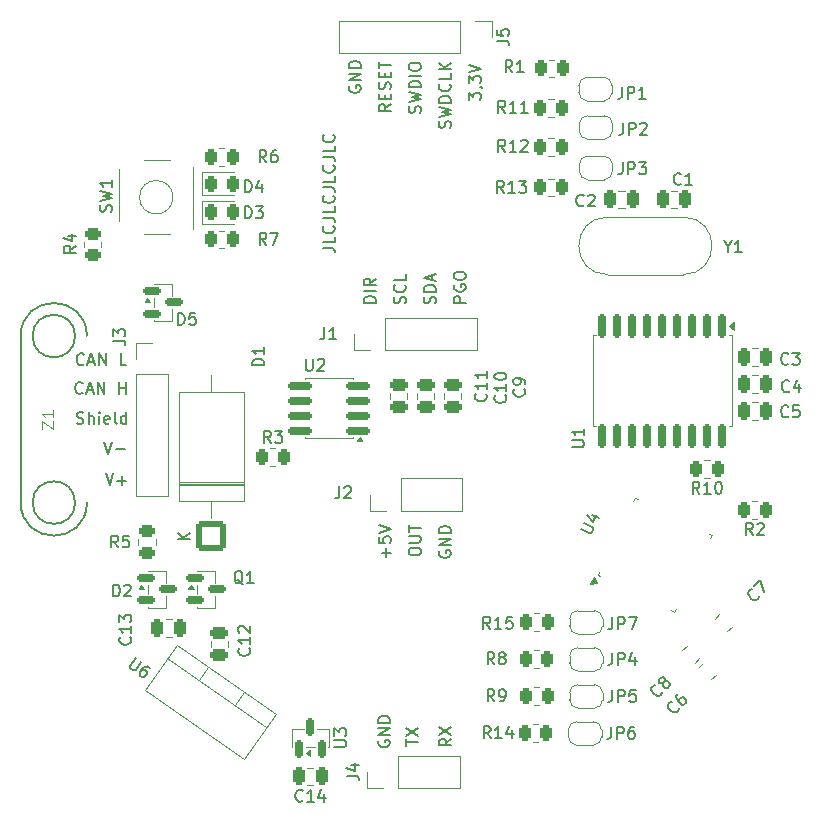
<source format=gbr>
%TF.GenerationSoftware,KiCad,Pcbnew,9.0.6*%
%TF.CreationDate,2025-11-28T23:16:45+01:00*%
%TF.ProjectId,Ruderlage,52756465-726c-4616-9765-2e6b69636164,rev?*%
%TF.SameCoordinates,Original*%
%TF.FileFunction,Legend,Top*%
%TF.FilePolarity,Positive*%
%FSLAX46Y46*%
G04 Gerber Fmt 4.6, Leading zero omitted, Abs format (unit mm)*
G04 Created by KiCad (PCBNEW 9.0.6) date 2025-11-28 23:16:45*
%MOMM*%
%LPD*%
G01*
G04 APERTURE LIST*
G04 Aperture macros list*
%AMRoundRect*
0 Rectangle with rounded corners*
0 $1 Rounding radius*
0 $2 $3 $4 $5 $6 $7 $8 $9 X,Y pos of 4 corners*
0 Add a 4 corners polygon primitive as box body*
4,1,4,$2,$3,$4,$5,$6,$7,$8,$9,$2,$3,0*
0 Add four circle primitives for the rounded corners*
1,1,$1+$1,$2,$3*
1,1,$1+$1,$4,$5*
1,1,$1+$1,$6,$7*
1,1,$1+$1,$8,$9*
0 Add four rect primitives between the rounded corners*
20,1,$1+$1,$2,$3,$4,$5,0*
20,1,$1+$1,$4,$5,$6,$7,0*
20,1,$1+$1,$6,$7,$8,$9,0*
20,1,$1+$1,$8,$9,$2,$3,0*%
%AMHorizOval*
0 Thick line with rounded ends*
0 $1 width*
0 $2 $3 position (X,Y) of the first rounded end (center of the circle)*
0 $4 $5 position (X,Y) of the second rounded end (center of the circle)*
0 Add line between two ends*
20,1,$1,$2,$3,$4,$5,0*
0 Add two circle primitives to create the rounded ends*
1,1,$1,$2,$3*
1,1,$1,$4,$5*%
%AMRotRect*
0 Rectangle, with rotation*
0 The origin of the aperture is its center*
0 $1 length*
0 $2 width*
0 $3 Rotation angle, in degrees counterclockwise*
0 Add horizontal line*
21,1,$1,$2,0,0,$3*%
%AMFreePoly0*
4,1,23,0.500000,-0.750000,0.000000,-0.750000,0.000000,-0.745722,-0.065263,-0.745722,-0.191342,-0.711940,-0.304381,-0.646677,-0.396677,-0.554381,-0.461940,-0.441342,-0.495722,-0.315263,-0.495722,-0.250000,-0.500000,-0.250000,-0.500000,0.250000,-0.495722,0.250000,-0.495722,0.315263,-0.461940,0.441342,-0.396677,0.554381,-0.304381,0.646677,-0.191342,0.711940,-0.065263,0.745722,0.000000,0.745722,
0.000000,0.750000,0.500000,0.750000,0.500000,-0.750000,0.500000,-0.750000,$1*%
%AMFreePoly1*
4,1,23,0.000000,0.745722,0.065263,0.745722,0.191342,0.711940,0.304381,0.646677,0.396677,0.554381,0.461940,0.441342,0.495722,0.315263,0.495722,0.250000,0.500000,0.250000,0.500000,-0.250000,0.495722,-0.250000,0.495722,-0.315263,0.461940,-0.441342,0.396677,-0.554381,0.304381,-0.646677,0.191342,-0.711940,0.065263,-0.745722,0.000000,-0.745722,0.000000,-0.750000,-0.500000,-0.750000,
-0.500000,0.750000,0.000000,0.750000,0.000000,0.745722,0.000000,0.745722,$1*%
G04 Aperture macros list end*
%ADD10C,0.150000*%
%ADD11C,0.100000*%
%ADD12C,0.120000*%
%ADD13C,0.200000*%
%ADD14RoundRect,0.150000X-0.587500X-0.150000X0.587500X-0.150000X0.587500X0.150000X-0.587500X0.150000X0*%
%ADD15RoundRect,0.250000X-0.475000X0.250000X-0.475000X-0.250000X0.475000X-0.250000X0.475000X0.250000X0*%
%ADD16RoundRect,0.137500X-0.139439X-0.599552X0.386607X0.479000X0.139439X0.599552X-0.386607X-0.479000X0*%
%ADD17RoundRect,0.137500X0.479000X-0.386607X0.599552X-0.139439X-0.479000X0.386607X-0.599552X0.139439X0*%
%ADD18RoundRect,0.250000X0.250000X0.475000X-0.250000X0.475000X-0.250000X-0.475000X0.250000X-0.475000X0*%
%ADD19R,1.700000X1.700000*%
%ADD20C,1.700000*%
%ADD21FreePoly0,180.000000*%
%ADD22FreePoly1,180.000000*%
%ADD23RoundRect,0.250000X-0.262500X-0.450000X0.262500X-0.450000X0.262500X0.450000X-0.262500X0.450000X0*%
%ADD24RoundRect,0.250000X0.159099X-0.512652X0.512652X-0.159099X-0.159099X0.512652X-0.512652X0.159099X0*%
%ADD25RoundRect,0.250000X-0.159099X0.512652X-0.512652X0.159099X0.159099X-0.512652X0.512652X-0.159099X0*%
%ADD26RoundRect,0.250000X-0.450000X0.262500X-0.450000X-0.262500X0.450000X-0.262500X0.450000X0.262500X0*%
%ADD27RoundRect,0.250000X1.050000X-1.050000X1.050000X1.050000X-1.050000X1.050000X-1.050000X-1.050000X0*%
%ADD28C,2.600000*%
%ADD29C,5.000000*%
%ADD30RoundRect,0.150000X0.825000X0.150000X-0.825000X0.150000X-0.825000X-0.150000X0.825000X-0.150000X0*%
%ADD31RoundRect,0.250000X0.450000X-0.262500X0.450000X0.262500X-0.450000X0.262500X-0.450000X-0.262500X0*%
%ADD32RotRect,1.905000X2.000000X325.000000*%
%ADD33HorizOval,1.905000X-0.027245X-0.038910X0.027245X0.038910X0*%
%ADD34RoundRect,0.250000X-0.250000X-0.475000X0.250000X-0.475000X0.250000X0.475000X-0.250000X0.475000X0*%
%ADD35RoundRect,0.250000X0.262500X0.450000X-0.262500X0.450000X-0.262500X-0.450000X0.262500X-0.450000X0*%
%ADD36RoundRect,0.150000X0.150000X-0.587500X0.150000X0.587500X-0.150000X0.587500X-0.150000X-0.587500X0*%
%ADD37C,1.500000*%
%ADD38RoundRect,0.243750X-0.243750X-0.456250X0.243750X-0.456250X0.243750X0.456250X-0.243750X0.456250X0*%
%ADD39RoundRect,0.250000X0.475000X-0.250000X0.475000X0.250000X-0.475000X0.250000X-0.475000X-0.250000X0*%
%ADD40RoundRect,0.150000X-0.150000X0.875000X-0.150000X-0.875000X0.150000X-0.875000X0.150000X0.875000X0*%
G04 APERTURE END LIST*
D10*
X-28575840Y-1280200D02*
X-28432983Y-1327819D01*
X-28432983Y-1327819D02*
X-28194888Y-1327819D01*
X-28194888Y-1327819D02*
X-28099650Y-1280200D01*
X-28099650Y-1280200D02*
X-28052031Y-1232580D01*
X-28052031Y-1232580D02*
X-28004412Y-1137342D01*
X-28004412Y-1137342D02*
X-28004412Y-1042104D01*
X-28004412Y-1042104D02*
X-28052031Y-946866D01*
X-28052031Y-946866D02*
X-28099650Y-899247D01*
X-28099650Y-899247D02*
X-28194888Y-851628D01*
X-28194888Y-851628D02*
X-28385364Y-804009D01*
X-28385364Y-804009D02*
X-28480602Y-756390D01*
X-28480602Y-756390D02*
X-28528221Y-708771D01*
X-28528221Y-708771D02*
X-28575840Y-613533D01*
X-28575840Y-613533D02*
X-28575840Y-518295D01*
X-28575840Y-518295D02*
X-28528221Y-423057D01*
X-28528221Y-423057D02*
X-28480602Y-375438D01*
X-28480602Y-375438D02*
X-28385364Y-327819D01*
X-28385364Y-327819D02*
X-28147269Y-327819D01*
X-28147269Y-327819D02*
X-28004412Y-375438D01*
X-27575840Y-1327819D02*
X-27575840Y-327819D01*
X-27147269Y-1327819D02*
X-27147269Y-804009D01*
X-27147269Y-804009D02*
X-27194888Y-708771D01*
X-27194888Y-708771D02*
X-27290126Y-661152D01*
X-27290126Y-661152D02*
X-27432983Y-661152D01*
X-27432983Y-661152D02*
X-27528221Y-708771D01*
X-27528221Y-708771D02*
X-27575840Y-756390D01*
X-26671078Y-1327819D02*
X-26671078Y-661152D01*
X-26671078Y-327819D02*
X-26718697Y-375438D01*
X-26718697Y-375438D02*
X-26671078Y-423057D01*
X-26671078Y-423057D02*
X-26623459Y-375438D01*
X-26623459Y-375438D02*
X-26671078Y-327819D01*
X-26671078Y-327819D02*
X-26671078Y-423057D01*
X-25813936Y-1280200D02*
X-25909174Y-1327819D01*
X-25909174Y-1327819D02*
X-26099650Y-1327819D01*
X-26099650Y-1327819D02*
X-26194888Y-1280200D01*
X-26194888Y-1280200D02*
X-26242507Y-1184961D01*
X-26242507Y-1184961D02*
X-26242507Y-804009D01*
X-26242507Y-804009D02*
X-26194888Y-708771D01*
X-26194888Y-708771D02*
X-26099650Y-661152D01*
X-26099650Y-661152D02*
X-25909174Y-661152D01*
X-25909174Y-661152D02*
X-25813936Y-708771D01*
X-25813936Y-708771D02*
X-25766317Y-804009D01*
X-25766317Y-804009D02*
X-25766317Y-899247D01*
X-25766317Y-899247D02*
X-26242507Y-994485D01*
X-25194888Y-1327819D02*
X-25290126Y-1280200D01*
X-25290126Y-1280200D02*
X-25337745Y-1184961D01*
X-25337745Y-1184961D02*
X-25337745Y-327819D01*
X-24385364Y-1327819D02*
X-24385364Y-327819D01*
X-24385364Y-1280200D02*
X-24480602Y-1327819D01*
X-24480602Y-1327819D02*
X-24671078Y-1327819D01*
X-24671078Y-1327819D02*
X-24766316Y-1280200D01*
X-24766316Y-1280200D02*
X-24813935Y-1232580D01*
X-24813935Y-1232580D02*
X-24861554Y-1137342D01*
X-24861554Y-1137342D02*
X-24861554Y-851628D01*
X-24861554Y-851628D02*
X-24813935Y-756390D01*
X-24813935Y-756390D02*
X-24766316Y-708771D01*
X-24766316Y-708771D02*
X-24671078Y-661152D01*
X-24671078Y-661152D02*
X-24480602Y-661152D01*
X-24480602Y-661152D02*
X-24385364Y-708771D01*
X-27956793Y3720420D02*
X-28004412Y3672800D01*
X-28004412Y3672800D02*
X-28147269Y3625181D01*
X-28147269Y3625181D02*
X-28242507Y3625181D01*
X-28242507Y3625181D02*
X-28385364Y3672800D01*
X-28385364Y3672800D02*
X-28480602Y3768039D01*
X-28480602Y3768039D02*
X-28528221Y3863277D01*
X-28528221Y3863277D02*
X-28575840Y4053753D01*
X-28575840Y4053753D02*
X-28575840Y4196610D01*
X-28575840Y4196610D02*
X-28528221Y4387086D01*
X-28528221Y4387086D02*
X-28480602Y4482324D01*
X-28480602Y4482324D02*
X-28385364Y4577562D01*
X-28385364Y4577562D02*
X-28242507Y4625181D01*
X-28242507Y4625181D02*
X-28147269Y4625181D01*
X-28147269Y4625181D02*
X-28004412Y4577562D01*
X-28004412Y4577562D02*
X-27956793Y4529943D01*
X-27575840Y3910896D02*
X-27099650Y3910896D01*
X-27671078Y3625181D02*
X-27337745Y4625181D01*
X-27337745Y4625181D02*
X-27004412Y3625181D01*
X-26671078Y3625181D02*
X-26671078Y4625181D01*
X-26671078Y4625181D02*
X-26099650Y3625181D01*
X-26099650Y3625181D02*
X-26099650Y4625181D01*
X-24385364Y3625181D02*
X-24861554Y3625181D01*
X-24861554Y3625181D02*
X-24861554Y4625181D01*
X-26131078Y-5534819D02*
X-25797745Y-6534819D01*
X-25797745Y-6534819D02*
X-25464412Y-5534819D01*
X-25131078Y-6153866D02*
X-24369173Y-6153866D01*
X-24750126Y-6534819D02*
X-24750126Y-5772914D01*
X-3264181Y8911780D02*
X-4264181Y8911780D01*
X-4264181Y8911780D02*
X-4264181Y9149875D01*
X-4264181Y9149875D02*
X-4216562Y9292732D01*
X-4216562Y9292732D02*
X-4121324Y9387970D01*
X-4121324Y9387970D02*
X-4026086Y9435589D01*
X-4026086Y9435589D02*
X-3835610Y9483208D01*
X-3835610Y9483208D02*
X-3692753Y9483208D01*
X-3692753Y9483208D02*
X-3502277Y9435589D01*
X-3502277Y9435589D02*
X-3407039Y9387970D01*
X-3407039Y9387970D02*
X-3311800Y9292732D01*
X-3311800Y9292732D02*
X-3264181Y9149875D01*
X-3264181Y9149875D02*
X-3264181Y8911780D01*
X-3264181Y9911780D02*
X-4264181Y9911780D01*
X-3264181Y10959398D02*
X-3740372Y10626065D01*
X-3264181Y10387970D02*
X-4264181Y10387970D01*
X-4264181Y10387970D02*
X-4264181Y10768922D01*
X-4264181Y10768922D02*
X-4216562Y10864160D01*
X-4216562Y10864160D02*
X-4168943Y10911779D01*
X-4168943Y10911779D02*
X-4073705Y10959398D01*
X-4073705Y10959398D02*
X-3930848Y10959398D01*
X-3930848Y10959398D02*
X-3835610Y10911779D01*
X-3835610Y10911779D02*
X-3787991Y10864160D01*
X-3787991Y10864160D02*
X-3740372Y10768922D01*
X-3740372Y10768922D02*
X-3740372Y10387970D01*
X2133438Y-12097398D02*
X2085819Y-12192636D01*
X2085819Y-12192636D02*
X2085819Y-12335493D01*
X2085819Y-12335493D02*
X2133438Y-12478350D01*
X2133438Y-12478350D02*
X2228676Y-12573588D01*
X2228676Y-12573588D02*
X2323914Y-12621207D01*
X2323914Y-12621207D02*
X2514390Y-12668826D01*
X2514390Y-12668826D02*
X2657247Y-12668826D01*
X2657247Y-12668826D02*
X2847723Y-12621207D01*
X2847723Y-12621207D02*
X2942961Y-12573588D01*
X2942961Y-12573588D02*
X3038200Y-12478350D01*
X3038200Y-12478350D02*
X3085819Y-12335493D01*
X3085819Y-12335493D02*
X3085819Y-12240255D01*
X3085819Y-12240255D02*
X3038200Y-12097398D01*
X3038200Y-12097398D02*
X2990580Y-12049779D01*
X2990580Y-12049779D02*
X2657247Y-12049779D01*
X2657247Y-12049779D02*
X2657247Y-12240255D01*
X3085819Y-11621207D02*
X2085819Y-11621207D01*
X2085819Y-11621207D02*
X3085819Y-11049779D01*
X3085819Y-11049779D02*
X2085819Y-11049779D01*
X3085819Y-10573588D02*
X2085819Y-10573588D01*
X2085819Y-10573588D02*
X2085819Y-10335493D01*
X2085819Y-10335493D02*
X2133438Y-10192636D01*
X2133438Y-10192636D02*
X2228676Y-10097398D01*
X2228676Y-10097398D02*
X2323914Y-10049779D01*
X2323914Y-10049779D02*
X2514390Y-10002160D01*
X2514390Y-10002160D02*
X2657247Y-10002160D01*
X2657247Y-10002160D02*
X2847723Y-10049779D01*
X2847723Y-10049779D02*
X2942961Y-10097398D01*
X2942961Y-10097398D02*
X3038200Y-10192636D01*
X3038200Y-10192636D02*
X3085819Y-10335493D01*
X3085819Y-10335493D02*
X3085819Y-10573588D01*
X-7744781Y13566294D02*
X-7030496Y13566294D01*
X-7030496Y13566294D02*
X-6887639Y13518675D01*
X-6887639Y13518675D02*
X-6792400Y13423437D01*
X-6792400Y13423437D02*
X-6744781Y13280580D01*
X-6744781Y13280580D02*
X-6744781Y13185342D01*
X-6744781Y14518675D02*
X-6744781Y14042485D01*
X-6744781Y14042485D02*
X-7744781Y14042485D01*
X-6840020Y15423437D02*
X-6792400Y15375818D01*
X-6792400Y15375818D02*
X-6744781Y15232961D01*
X-6744781Y15232961D02*
X-6744781Y15137723D01*
X-6744781Y15137723D02*
X-6792400Y14994866D01*
X-6792400Y14994866D02*
X-6887639Y14899628D01*
X-6887639Y14899628D02*
X-6982877Y14852009D01*
X-6982877Y14852009D02*
X-7173353Y14804390D01*
X-7173353Y14804390D02*
X-7316210Y14804390D01*
X-7316210Y14804390D02*
X-7506686Y14852009D01*
X-7506686Y14852009D02*
X-7601924Y14899628D01*
X-7601924Y14899628D02*
X-7697162Y14994866D01*
X-7697162Y14994866D02*
X-7744781Y15137723D01*
X-7744781Y15137723D02*
X-7744781Y15232961D01*
X-7744781Y15232961D02*
X-7697162Y15375818D01*
X-7697162Y15375818D02*
X-7649543Y15423437D01*
X-7744781Y16137723D02*
X-7030496Y16137723D01*
X-7030496Y16137723D02*
X-6887639Y16090104D01*
X-6887639Y16090104D02*
X-6792400Y15994866D01*
X-6792400Y15994866D02*
X-6744781Y15852009D01*
X-6744781Y15852009D02*
X-6744781Y15756771D01*
X-6744781Y17090104D02*
X-6744781Y16613914D01*
X-6744781Y16613914D02*
X-7744781Y16613914D01*
X-6840020Y17994866D02*
X-6792400Y17947247D01*
X-6792400Y17947247D02*
X-6744781Y17804390D01*
X-6744781Y17804390D02*
X-6744781Y17709152D01*
X-6744781Y17709152D02*
X-6792400Y17566295D01*
X-6792400Y17566295D02*
X-6887639Y17471057D01*
X-6887639Y17471057D02*
X-6982877Y17423438D01*
X-6982877Y17423438D02*
X-7173353Y17375819D01*
X-7173353Y17375819D02*
X-7316210Y17375819D01*
X-7316210Y17375819D02*
X-7506686Y17423438D01*
X-7506686Y17423438D02*
X-7601924Y17471057D01*
X-7601924Y17471057D02*
X-7697162Y17566295D01*
X-7697162Y17566295D02*
X-7744781Y17709152D01*
X-7744781Y17709152D02*
X-7744781Y17804390D01*
X-7744781Y17804390D02*
X-7697162Y17947247D01*
X-7697162Y17947247D02*
X-7649543Y17994866D01*
X-7744781Y18709152D02*
X-7030496Y18709152D01*
X-7030496Y18709152D02*
X-6887639Y18661533D01*
X-6887639Y18661533D02*
X-6792400Y18566295D01*
X-6792400Y18566295D02*
X-6744781Y18423438D01*
X-6744781Y18423438D02*
X-6744781Y18328200D01*
X-6744781Y19661533D02*
X-6744781Y19185343D01*
X-6744781Y19185343D02*
X-7744781Y19185343D01*
X-6840020Y20566295D02*
X-6792400Y20518676D01*
X-6792400Y20518676D02*
X-6744781Y20375819D01*
X-6744781Y20375819D02*
X-6744781Y20280581D01*
X-6744781Y20280581D02*
X-6792400Y20137724D01*
X-6792400Y20137724D02*
X-6887639Y20042486D01*
X-6887639Y20042486D02*
X-6982877Y19994867D01*
X-6982877Y19994867D02*
X-7173353Y19947248D01*
X-7173353Y19947248D02*
X-7316210Y19947248D01*
X-7316210Y19947248D02*
X-7506686Y19994867D01*
X-7506686Y19994867D02*
X-7601924Y20042486D01*
X-7601924Y20042486D02*
X-7697162Y20137724D01*
X-7697162Y20137724D02*
X-7744781Y20280581D01*
X-7744781Y20280581D02*
X-7744781Y20375819D01*
X-7744781Y20375819D02*
X-7697162Y20518676D01*
X-7697162Y20518676D02*
X-7649543Y20566295D01*
X-7744781Y21280581D02*
X-7030496Y21280581D01*
X-7030496Y21280581D02*
X-6887639Y21232962D01*
X-6887639Y21232962D02*
X-6792400Y21137724D01*
X-6792400Y21137724D02*
X-6744781Y20994867D01*
X-6744781Y20994867D02*
X-6744781Y20899629D01*
X-6744781Y22232962D02*
X-6744781Y21756772D01*
X-6744781Y21756772D02*
X-7744781Y21756772D01*
X-6840020Y23137724D02*
X-6792400Y23090105D01*
X-6792400Y23090105D02*
X-6744781Y22947248D01*
X-6744781Y22947248D02*
X-6744781Y22852010D01*
X-6744781Y22852010D02*
X-6792400Y22709153D01*
X-6792400Y22709153D02*
X-6887639Y22613915D01*
X-6887639Y22613915D02*
X-6982877Y22566296D01*
X-6982877Y22566296D02*
X-7173353Y22518677D01*
X-7173353Y22518677D02*
X-7316210Y22518677D01*
X-7316210Y22518677D02*
X-7506686Y22566296D01*
X-7506686Y22566296D02*
X-7601924Y22613915D01*
X-7601924Y22613915D02*
X-7697162Y22709153D01*
X-7697162Y22709153D02*
X-7744781Y22852010D01*
X-7744781Y22852010D02*
X-7744781Y22947248D01*
X-7744781Y22947248D02*
X-7697162Y23090105D01*
X-7697162Y23090105D02*
X-7649543Y23137724D01*
X-26258078Y-2867819D02*
X-25924745Y-3867819D01*
X-25924745Y-3867819D02*
X-25591412Y-2867819D01*
X-25258078Y-3486866D02*
X-24496173Y-3486866D01*
X3038200Y23717031D02*
X3085819Y23859888D01*
X3085819Y23859888D02*
X3085819Y24097983D01*
X3085819Y24097983D02*
X3038200Y24193221D01*
X3038200Y24193221D02*
X2990580Y24240840D01*
X2990580Y24240840D02*
X2895342Y24288459D01*
X2895342Y24288459D02*
X2800104Y24288459D01*
X2800104Y24288459D02*
X2704866Y24240840D01*
X2704866Y24240840D02*
X2657247Y24193221D01*
X2657247Y24193221D02*
X2609628Y24097983D01*
X2609628Y24097983D02*
X2562009Y23907507D01*
X2562009Y23907507D02*
X2514390Y23812269D01*
X2514390Y23812269D02*
X2466771Y23764650D01*
X2466771Y23764650D02*
X2371533Y23717031D01*
X2371533Y23717031D02*
X2276295Y23717031D01*
X2276295Y23717031D02*
X2181057Y23764650D01*
X2181057Y23764650D02*
X2133438Y23812269D01*
X2133438Y23812269D02*
X2085819Y23907507D01*
X2085819Y23907507D02*
X2085819Y24145602D01*
X2085819Y24145602D02*
X2133438Y24288459D01*
X2085819Y24621793D02*
X3085819Y24859888D01*
X3085819Y24859888D02*
X2371533Y25050364D01*
X2371533Y25050364D02*
X3085819Y25240840D01*
X3085819Y25240840D02*
X2085819Y25478935D01*
X3085819Y25859888D02*
X2085819Y25859888D01*
X2085819Y25859888D02*
X2085819Y26097983D01*
X2085819Y26097983D02*
X2133438Y26240840D01*
X2133438Y26240840D02*
X2228676Y26336078D01*
X2228676Y26336078D02*
X2323914Y26383697D01*
X2323914Y26383697D02*
X2514390Y26431316D01*
X2514390Y26431316D02*
X2657247Y26431316D01*
X2657247Y26431316D02*
X2847723Y26383697D01*
X2847723Y26383697D02*
X2942961Y26336078D01*
X2942961Y26336078D02*
X3038200Y26240840D01*
X3038200Y26240840D02*
X3085819Y26097983D01*
X3085819Y26097983D02*
X3085819Y25859888D01*
X2990580Y27431316D02*
X3038200Y27383697D01*
X3038200Y27383697D02*
X3085819Y27240840D01*
X3085819Y27240840D02*
X3085819Y27145602D01*
X3085819Y27145602D02*
X3038200Y27002745D01*
X3038200Y27002745D02*
X2942961Y26907507D01*
X2942961Y26907507D02*
X2847723Y26859888D01*
X2847723Y26859888D02*
X2657247Y26812269D01*
X2657247Y26812269D02*
X2514390Y26812269D01*
X2514390Y26812269D02*
X2323914Y26859888D01*
X2323914Y26859888D02*
X2228676Y26907507D01*
X2228676Y26907507D02*
X2133438Y27002745D01*
X2133438Y27002745D02*
X2085819Y27145602D01*
X2085819Y27145602D02*
X2085819Y27240840D01*
X2085819Y27240840D02*
X2133438Y27383697D01*
X2133438Y27383697D02*
X2181057Y27431316D01*
X3085819Y28336078D02*
X3085819Y27859888D01*
X3085819Y27859888D02*
X2085819Y27859888D01*
X3085819Y28669412D02*
X2085819Y28669412D01*
X3085819Y29240840D02*
X2514390Y28812269D01*
X2085819Y29240840D02*
X2657247Y28669412D01*
X-1994181Y25717030D02*
X-2470372Y25383697D01*
X-1994181Y25145602D02*
X-2994181Y25145602D01*
X-2994181Y25145602D02*
X-2994181Y25526554D01*
X-2994181Y25526554D02*
X-2946562Y25621792D01*
X-2946562Y25621792D02*
X-2898943Y25669411D01*
X-2898943Y25669411D02*
X-2803705Y25717030D01*
X-2803705Y25717030D02*
X-2660848Y25717030D01*
X-2660848Y25717030D02*
X-2565610Y25669411D01*
X-2565610Y25669411D02*
X-2517991Y25621792D01*
X-2517991Y25621792D02*
X-2470372Y25526554D01*
X-2470372Y25526554D02*
X-2470372Y25145602D01*
X-2517991Y26145602D02*
X-2517991Y26478935D01*
X-1994181Y26621792D02*
X-1994181Y26145602D01*
X-1994181Y26145602D02*
X-2994181Y26145602D01*
X-2994181Y26145602D02*
X-2994181Y26621792D01*
X-2041800Y27002745D02*
X-1994181Y27145602D01*
X-1994181Y27145602D02*
X-1994181Y27383697D01*
X-1994181Y27383697D02*
X-2041800Y27478935D01*
X-2041800Y27478935D02*
X-2089420Y27526554D01*
X-2089420Y27526554D02*
X-2184658Y27574173D01*
X-2184658Y27574173D02*
X-2279896Y27574173D01*
X-2279896Y27574173D02*
X-2375134Y27526554D01*
X-2375134Y27526554D02*
X-2422753Y27478935D01*
X-2422753Y27478935D02*
X-2470372Y27383697D01*
X-2470372Y27383697D02*
X-2517991Y27193221D01*
X-2517991Y27193221D02*
X-2565610Y27097983D01*
X-2565610Y27097983D02*
X-2613229Y27050364D01*
X-2613229Y27050364D02*
X-2708467Y27002745D01*
X-2708467Y27002745D02*
X-2803705Y27002745D01*
X-2803705Y27002745D02*
X-2898943Y27050364D01*
X-2898943Y27050364D02*
X-2946562Y27097983D01*
X-2946562Y27097983D02*
X-2994181Y27193221D01*
X-2994181Y27193221D02*
X-2994181Y27431316D01*
X-2994181Y27431316D02*
X-2946562Y27574173D01*
X-2517991Y28002745D02*
X-2517991Y28336078D01*
X-1994181Y28478935D02*
X-1994181Y28002745D01*
X-1994181Y28002745D02*
X-2994181Y28002745D01*
X-2994181Y28002745D02*
X-2994181Y28478935D01*
X-2994181Y28764650D02*
X-2994181Y29336078D01*
X-1994181Y29050364D02*
X-2994181Y29050364D01*
X-5486562Y27272602D02*
X-5534181Y27177364D01*
X-5534181Y27177364D02*
X-5534181Y27034507D01*
X-5534181Y27034507D02*
X-5486562Y26891650D01*
X-5486562Y26891650D02*
X-5391324Y26796412D01*
X-5391324Y26796412D02*
X-5296086Y26748793D01*
X-5296086Y26748793D02*
X-5105610Y26701174D01*
X-5105610Y26701174D02*
X-4962753Y26701174D01*
X-4962753Y26701174D02*
X-4772277Y26748793D01*
X-4772277Y26748793D02*
X-4677039Y26796412D01*
X-4677039Y26796412D02*
X-4581800Y26891650D01*
X-4581800Y26891650D02*
X-4534181Y27034507D01*
X-4534181Y27034507D02*
X-4534181Y27129745D01*
X-4534181Y27129745D02*
X-4581800Y27272602D01*
X-4581800Y27272602D02*
X-4629420Y27320221D01*
X-4629420Y27320221D02*
X-4962753Y27320221D01*
X-4962753Y27320221D02*
X-4962753Y27129745D01*
X-4534181Y27748793D02*
X-5534181Y27748793D01*
X-5534181Y27748793D02*
X-4534181Y28320221D01*
X-4534181Y28320221D02*
X-5534181Y28320221D01*
X-4534181Y28796412D02*
X-5534181Y28796412D01*
X-5534181Y28796412D02*
X-5534181Y29034507D01*
X-5534181Y29034507D02*
X-5486562Y29177364D01*
X-5486562Y29177364D02*
X-5391324Y29272602D01*
X-5391324Y29272602D02*
X-5296086Y29320221D01*
X-5296086Y29320221D02*
X-5105610Y29367840D01*
X-5105610Y29367840D02*
X-4962753Y29367840D01*
X-4962753Y29367840D02*
X-4772277Y29320221D01*
X-4772277Y29320221D02*
X-4677039Y29272602D01*
X-4677039Y29272602D02*
X-4581800Y29177364D01*
X-4581800Y29177364D02*
X-4534181Y29034507D01*
X-4534181Y29034507D02*
X-4534181Y28796412D01*
X-28083793Y1307420D02*
X-28131412Y1259800D01*
X-28131412Y1259800D02*
X-28274269Y1212181D01*
X-28274269Y1212181D02*
X-28369507Y1212181D01*
X-28369507Y1212181D02*
X-28512364Y1259800D01*
X-28512364Y1259800D02*
X-28607602Y1355039D01*
X-28607602Y1355039D02*
X-28655221Y1450277D01*
X-28655221Y1450277D02*
X-28702840Y1640753D01*
X-28702840Y1640753D02*
X-28702840Y1783610D01*
X-28702840Y1783610D02*
X-28655221Y1974086D01*
X-28655221Y1974086D02*
X-28607602Y2069324D01*
X-28607602Y2069324D02*
X-28512364Y2164562D01*
X-28512364Y2164562D02*
X-28369507Y2212181D01*
X-28369507Y2212181D02*
X-28274269Y2212181D01*
X-28274269Y2212181D02*
X-28131412Y2164562D01*
X-28131412Y2164562D02*
X-28083793Y2116943D01*
X-27702840Y1497896D02*
X-27226650Y1497896D01*
X-27798078Y1212181D02*
X-27464745Y2212181D01*
X-27464745Y2212181D02*
X-27131412Y1212181D01*
X-26798078Y1212181D02*
X-26798078Y2212181D01*
X-26798078Y2212181D02*
X-26226650Y1212181D01*
X-26226650Y1212181D02*
X-26226650Y2212181D01*
X-24988554Y1212181D02*
X-24988554Y2212181D01*
X-24988554Y1735991D02*
X-24417126Y1735991D01*
X-24417126Y1212181D02*
X-24417126Y2212181D01*
X-2375134Y-12621207D02*
X-2375134Y-11859303D01*
X-1994181Y-12240255D02*
X-2756086Y-12240255D01*
X-2994181Y-10906922D02*
X-2994181Y-11383112D01*
X-2994181Y-11383112D02*
X-2517991Y-11430731D01*
X-2517991Y-11430731D02*
X-2565610Y-11383112D01*
X-2565610Y-11383112D02*
X-2613229Y-11287874D01*
X-2613229Y-11287874D02*
X-2613229Y-11049779D01*
X-2613229Y-11049779D02*
X-2565610Y-10954541D01*
X-2565610Y-10954541D02*
X-2517991Y-10906922D01*
X-2517991Y-10906922D02*
X-2422753Y-10859303D01*
X-2422753Y-10859303D02*
X-2184658Y-10859303D01*
X-2184658Y-10859303D02*
X-2089420Y-10906922D01*
X-2089420Y-10906922D02*
X-2041800Y-10954541D01*
X-2041800Y-10954541D02*
X-1994181Y-11049779D01*
X-1994181Y-11049779D02*
X-1994181Y-11287874D01*
X-1994181Y-11287874D02*
X-2041800Y-11383112D01*
X-2041800Y-11383112D02*
X-2089420Y-11430731D01*
X-2994181Y-10573588D02*
X-1994181Y-10240255D01*
X-1994181Y-10240255D02*
X-2994181Y-9906922D01*
X4355819Y8911780D02*
X3355819Y8911780D01*
X3355819Y8911780D02*
X3355819Y9292732D01*
X3355819Y9292732D02*
X3403438Y9387970D01*
X3403438Y9387970D02*
X3451057Y9435589D01*
X3451057Y9435589D02*
X3546295Y9483208D01*
X3546295Y9483208D02*
X3689152Y9483208D01*
X3689152Y9483208D02*
X3784390Y9435589D01*
X3784390Y9435589D02*
X3832009Y9387970D01*
X3832009Y9387970D02*
X3879628Y9292732D01*
X3879628Y9292732D02*
X3879628Y8911780D01*
X3403438Y10435589D02*
X3355819Y10340351D01*
X3355819Y10340351D02*
X3355819Y10197494D01*
X3355819Y10197494D02*
X3403438Y10054637D01*
X3403438Y10054637D02*
X3498676Y9959399D01*
X3498676Y9959399D02*
X3593914Y9911780D01*
X3593914Y9911780D02*
X3784390Y9864161D01*
X3784390Y9864161D02*
X3927247Y9864161D01*
X3927247Y9864161D02*
X4117723Y9911780D01*
X4117723Y9911780D02*
X4212961Y9959399D01*
X4212961Y9959399D02*
X4308200Y10054637D01*
X4308200Y10054637D02*
X4355819Y10197494D01*
X4355819Y10197494D02*
X4355819Y10292732D01*
X4355819Y10292732D02*
X4308200Y10435589D01*
X4308200Y10435589D02*
X4260580Y10483208D01*
X4260580Y10483208D02*
X3927247Y10483208D01*
X3927247Y10483208D02*
X3927247Y10292732D01*
X3355819Y11102256D02*
X3355819Y11292732D01*
X3355819Y11292732D02*
X3403438Y11387970D01*
X3403438Y11387970D02*
X3498676Y11483208D01*
X3498676Y11483208D02*
X3689152Y11530827D01*
X3689152Y11530827D02*
X4022485Y11530827D01*
X4022485Y11530827D02*
X4212961Y11483208D01*
X4212961Y11483208D02*
X4308200Y11387970D01*
X4308200Y11387970D02*
X4355819Y11292732D01*
X4355819Y11292732D02*
X4355819Y11102256D01*
X4355819Y11102256D02*
X4308200Y11007018D01*
X4308200Y11007018D02*
X4212961Y10911780D01*
X4212961Y10911780D02*
X4022485Y10864161D01*
X4022485Y10864161D02*
X3689152Y10864161D01*
X3689152Y10864161D02*
X3498676Y10911780D01*
X3498676Y10911780D02*
X3403438Y11007018D01*
X3403438Y11007018D02*
X3355819Y11102256D01*
X-658181Y-28569077D02*
X-658181Y-27997649D01*
X341819Y-28283363D02*
X-658181Y-28283363D01*
X-658181Y-27759553D02*
X341819Y-27092887D01*
X-658181Y-27092887D02*
X341819Y-27759553D01*
X1768200Y8864161D02*
X1815819Y9007018D01*
X1815819Y9007018D02*
X1815819Y9245113D01*
X1815819Y9245113D02*
X1768200Y9340351D01*
X1768200Y9340351D02*
X1720580Y9387970D01*
X1720580Y9387970D02*
X1625342Y9435589D01*
X1625342Y9435589D02*
X1530104Y9435589D01*
X1530104Y9435589D02*
X1434866Y9387970D01*
X1434866Y9387970D02*
X1387247Y9340351D01*
X1387247Y9340351D02*
X1339628Y9245113D01*
X1339628Y9245113D02*
X1292009Y9054637D01*
X1292009Y9054637D02*
X1244390Y8959399D01*
X1244390Y8959399D02*
X1196771Y8911780D01*
X1196771Y8911780D02*
X1101533Y8864161D01*
X1101533Y8864161D02*
X1006295Y8864161D01*
X1006295Y8864161D02*
X911057Y8911780D01*
X911057Y8911780D02*
X863438Y8959399D01*
X863438Y8959399D02*
X815819Y9054637D01*
X815819Y9054637D02*
X815819Y9292732D01*
X815819Y9292732D02*
X863438Y9435589D01*
X1815819Y9864161D02*
X815819Y9864161D01*
X815819Y9864161D02*
X815819Y10102256D01*
X815819Y10102256D02*
X863438Y10245113D01*
X863438Y10245113D02*
X958676Y10340351D01*
X958676Y10340351D02*
X1053914Y10387970D01*
X1053914Y10387970D02*
X1244390Y10435589D01*
X1244390Y10435589D02*
X1387247Y10435589D01*
X1387247Y10435589D02*
X1577723Y10387970D01*
X1577723Y10387970D02*
X1672961Y10340351D01*
X1672961Y10340351D02*
X1768200Y10245113D01*
X1768200Y10245113D02*
X1815819Y10102256D01*
X1815819Y10102256D02*
X1815819Y9864161D01*
X1530104Y10816542D02*
X1530104Y11292732D01*
X1815819Y10721304D02*
X815819Y11054637D01*
X815819Y11054637D02*
X1815819Y11387970D01*
X-771800Y8864161D02*
X-724181Y9007018D01*
X-724181Y9007018D02*
X-724181Y9245113D01*
X-724181Y9245113D02*
X-771800Y9340351D01*
X-771800Y9340351D02*
X-819420Y9387970D01*
X-819420Y9387970D02*
X-914658Y9435589D01*
X-914658Y9435589D02*
X-1009896Y9435589D01*
X-1009896Y9435589D02*
X-1105134Y9387970D01*
X-1105134Y9387970D02*
X-1152753Y9340351D01*
X-1152753Y9340351D02*
X-1200372Y9245113D01*
X-1200372Y9245113D02*
X-1247991Y9054637D01*
X-1247991Y9054637D02*
X-1295610Y8959399D01*
X-1295610Y8959399D02*
X-1343229Y8911780D01*
X-1343229Y8911780D02*
X-1438467Y8864161D01*
X-1438467Y8864161D02*
X-1533705Y8864161D01*
X-1533705Y8864161D02*
X-1628943Y8911780D01*
X-1628943Y8911780D02*
X-1676562Y8959399D01*
X-1676562Y8959399D02*
X-1724181Y9054637D01*
X-1724181Y9054637D02*
X-1724181Y9292732D01*
X-1724181Y9292732D02*
X-1676562Y9435589D01*
X-819420Y10435589D02*
X-771800Y10387970D01*
X-771800Y10387970D02*
X-724181Y10245113D01*
X-724181Y10245113D02*
X-724181Y10149875D01*
X-724181Y10149875D02*
X-771800Y10007018D01*
X-771800Y10007018D02*
X-867039Y9911780D01*
X-867039Y9911780D02*
X-962277Y9864161D01*
X-962277Y9864161D02*
X-1152753Y9816542D01*
X-1152753Y9816542D02*
X-1295610Y9816542D01*
X-1295610Y9816542D02*
X-1486086Y9864161D01*
X-1486086Y9864161D02*
X-1581324Y9911780D01*
X-1581324Y9911780D02*
X-1676562Y10007018D01*
X-1676562Y10007018D02*
X-1724181Y10149875D01*
X-1724181Y10149875D02*
X-1724181Y10245113D01*
X-1724181Y10245113D02*
X-1676562Y10387970D01*
X-1676562Y10387970D02*
X-1628943Y10435589D01*
X-724181Y11340351D02*
X-724181Y10864161D01*
X-724181Y10864161D02*
X-1724181Y10864161D01*
X-3023562Y-28156411D02*
X-3071181Y-28251649D01*
X-3071181Y-28251649D02*
X-3071181Y-28394506D01*
X-3071181Y-28394506D02*
X-3023562Y-28537363D01*
X-3023562Y-28537363D02*
X-2928324Y-28632601D01*
X-2928324Y-28632601D02*
X-2833086Y-28680220D01*
X-2833086Y-28680220D02*
X-2642610Y-28727839D01*
X-2642610Y-28727839D02*
X-2499753Y-28727839D01*
X-2499753Y-28727839D02*
X-2309277Y-28680220D01*
X-2309277Y-28680220D02*
X-2214039Y-28632601D01*
X-2214039Y-28632601D02*
X-2118800Y-28537363D01*
X-2118800Y-28537363D02*
X-2071181Y-28394506D01*
X-2071181Y-28394506D02*
X-2071181Y-28299268D01*
X-2071181Y-28299268D02*
X-2118800Y-28156411D01*
X-2118800Y-28156411D02*
X-2166420Y-28108792D01*
X-2166420Y-28108792D02*
X-2499753Y-28108792D01*
X-2499753Y-28108792D02*
X-2499753Y-28299268D01*
X-2071181Y-27680220D02*
X-3071181Y-27680220D01*
X-3071181Y-27680220D02*
X-2071181Y-27108792D01*
X-2071181Y-27108792D02*
X-3071181Y-27108792D01*
X-2071181Y-26632601D02*
X-3071181Y-26632601D01*
X-3071181Y-26632601D02*
X-3071181Y-26394506D01*
X-3071181Y-26394506D02*
X-3023562Y-26251649D01*
X-3023562Y-26251649D02*
X-2928324Y-26156411D01*
X-2928324Y-26156411D02*
X-2833086Y-26108792D01*
X-2833086Y-26108792D02*
X-2642610Y-26061173D01*
X-2642610Y-26061173D02*
X-2499753Y-26061173D01*
X-2499753Y-26061173D02*
X-2309277Y-26108792D01*
X-2309277Y-26108792D02*
X-2214039Y-26156411D01*
X-2214039Y-26156411D02*
X-2118800Y-26251649D01*
X-2118800Y-26251649D02*
X-2071181Y-26394506D01*
X-2071181Y-26394506D02*
X-2071181Y-26632601D01*
X-454181Y-12240255D02*
X-454181Y-12049779D01*
X-454181Y-12049779D02*
X-406562Y-11954541D01*
X-406562Y-11954541D02*
X-311324Y-11859303D01*
X-311324Y-11859303D02*
X-120848Y-11811684D01*
X-120848Y-11811684D02*
X212485Y-11811684D01*
X212485Y-11811684D02*
X402961Y-11859303D01*
X402961Y-11859303D02*
X498200Y-11954541D01*
X498200Y-11954541D02*
X545819Y-12049779D01*
X545819Y-12049779D02*
X545819Y-12240255D01*
X545819Y-12240255D02*
X498200Y-12335493D01*
X498200Y-12335493D02*
X402961Y-12430731D01*
X402961Y-12430731D02*
X212485Y-12478350D01*
X212485Y-12478350D02*
X-120848Y-12478350D01*
X-120848Y-12478350D02*
X-311324Y-12430731D01*
X-311324Y-12430731D02*
X-406562Y-12335493D01*
X-406562Y-12335493D02*
X-454181Y-12240255D01*
X-454181Y-11383112D02*
X355342Y-11383112D01*
X355342Y-11383112D02*
X450580Y-11335493D01*
X450580Y-11335493D02*
X498200Y-11287874D01*
X498200Y-11287874D02*
X545819Y-11192636D01*
X545819Y-11192636D02*
X545819Y-11002160D01*
X545819Y-11002160D02*
X498200Y-10906922D01*
X498200Y-10906922D02*
X450580Y-10859303D01*
X450580Y-10859303D02*
X355342Y-10811684D01*
X355342Y-10811684D02*
X-454181Y-10811684D01*
X-454181Y-10478350D02*
X-454181Y-9906922D01*
X545819Y-10192636D02*
X-454181Y-10192636D01*
X498200Y25002746D02*
X545819Y25145603D01*
X545819Y25145603D02*
X545819Y25383698D01*
X545819Y25383698D02*
X498200Y25478936D01*
X498200Y25478936D02*
X450580Y25526555D01*
X450580Y25526555D02*
X355342Y25574174D01*
X355342Y25574174D02*
X260104Y25574174D01*
X260104Y25574174D02*
X164866Y25526555D01*
X164866Y25526555D02*
X117247Y25478936D01*
X117247Y25478936D02*
X69628Y25383698D01*
X69628Y25383698D02*
X22009Y25193222D01*
X22009Y25193222D02*
X-25610Y25097984D01*
X-25610Y25097984D02*
X-73229Y25050365D01*
X-73229Y25050365D02*
X-168467Y25002746D01*
X-168467Y25002746D02*
X-263705Y25002746D01*
X-263705Y25002746D02*
X-358943Y25050365D01*
X-358943Y25050365D02*
X-406562Y25097984D01*
X-406562Y25097984D02*
X-454181Y25193222D01*
X-454181Y25193222D02*
X-454181Y25431317D01*
X-454181Y25431317D02*
X-406562Y25574174D01*
X-454181Y25907508D02*
X545819Y26145603D01*
X545819Y26145603D02*
X-168467Y26336079D01*
X-168467Y26336079D02*
X545819Y26526555D01*
X545819Y26526555D02*
X-454181Y26764650D01*
X545819Y27145603D02*
X-454181Y27145603D01*
X-454181Y27145603D02*
X-454181Y27383698D01*
X-454181Y27383698D02*
X-406562Y27526555D01*
X-406562Y27526555D02*
X-311324Y27621793D01*
X-311324Y27621793D02*
X-216086Y27669412D01*
X-216086Y27669412D02*
X-25610Y27717031D01*
X-25610Y27717031D02*
X117247Y27717031D01*
X117247Y27717031D02*
X307723Y27669412D01*
X307723Y27669412D02*
X402961Y27621793D01*
X402961Y27621793D02*
X498200Y27526555D01*
X498200Y27526555D02*
X545819Y27383698D01*
X545819Y27383698D02*
X545819Y27145603D01*
X545819Y28145603D02*
X-454181Y28145603D01*
X-454181Y28812269D02*
X-454181Y29002745D01*
X-454181Y29002745D02*
X-406562Y29097983D01*
X-406562Y29097983D02*
X-311324Y29193221D01*
X-311324Y29193221D02*
X-120848Y29240840D01*
X-120848Y29240840D02*
X212485Y29240840D01*
X212485Y29240840D02*
X402961Y29193221D01*
X402961Y29193221D02*
X498200Y29097983D01*
X498200Y29097983D02*
X545819Y29002745D01*
X545819Y29002745D02*
X545819Y28812269D01*
X545819Y28812269D02*
X498200Y28717031D01*
X498200Y28717031D02*
X402961Y28621793D01*
X402961Y28621793D02*
X212485Y28574174D01*
X212485Y28574174D02*
X-120848Y28574174D01*
X-120848Y28574174D02*
X-311324Y28621793D01*
X-311324Y28621793D02*
X-406562Y28717031D01*
X-406562Y28717031D02*
X-454181Y28812269D01*
X3135819Y-27981792D02*
X2659628Y-28315125D01*
X3135819Y-28553220D02*
X2135819Y-28553220D01*
X2135819Y-28553220D02*
X2135819Y-28172268D01*
X2135819Y-28172268D02*
X2183438Y-28077030D01*
X2183438Y-28077030D02*
X2231057Y-28029411D01*
X2231057Y-28029411D02*
X2326295Y-27981792D01*
X2326295Y-27981792D02*
X2469152Y-27981792D01*
X2469152Y-27981792D02*
X2564390Y-28029411D01*
X2564390Y-28029411D02*
X2612009Y-28077030D01*
X2612009Y-28077030D02*
X2659628Y-28172268D01*
X2659628Y-28172268D02*
X2659628Y-28553220D01*
X2135819Y-27648458D02*
X3135819Y-26981792D01*
X2135819Y-26981792D02*
X3135819Y-27648458D01*
X4625819Y26082079D02*
X4625819Y26701126D01*
X4625819Y26701126D02*
X5006771Y26367793D01*
X5006771Y26367793D02*
X5006771Y26510650D01*
X5006771Y26510650D02*
X5054390Y26605888D01*
X5054390Y26605888D02*
X5102009Y26653507D01*
X5102009Y26653507D02*
X5197247Y26701126D01*
X5197247Y26701126D02*
X5435342Y26701126D01*
X5435342Y26701126D02*
X5530580Y26653507D01*
X5530580Y26653507D02*
X5578200Y26605888D01*
X5578200Y26605888D02*
X5625819Y26510650D01*
X5625819Y26510650D02*
X5625819Y26224936D01*
X5625819Y26224936D02*
X5578200Y26129698D01*
X5578200Y26129698D02*
X5530580Y26082079D01*
X5578200Y27177317D02*
X5625819Y27177317D01*
X5625819Y27177317D02*
X5721057Y27129698D01*
X5721057Y27129698D02*
X5768676Y27082079D01*
X4625819Y27510650D02*
X4625819Y28129697D01*
X4625819Y28129697D02*
X5006771Y27796364D01*
X5006771Y27796364D02*
X5006771Y27939221D01*
X5006771Y27939221D02*
X5054390Y28034459D01*
X5054390Y28034459D02*
X5102009Y28082078D01*
X5102009Y28082078D02*
X5197247Y28129697D01*
X5197247Y28129697D02*
X5435342Y28129697D01*
X5435342Y28129697D02*
X5530580Y28082078D01*
X5530580Y28082078D02*
X5578200Y28034459D01*
X5578200Y28034459D02*
X5625819Y27939221D01*
X5625819Y27939221D02*
X5625819Y27653507D01*
X5625819Y27653507D02*
X5578200Y27558269D01*
X5578200Y27558269D02*
X5530580Y27510650D01*
X4625819Y28415412D02*
X5625819Y28748745D01*
X5625819Y28748745D02*
X4625819Y29082078D01*
X-25502495Y-15944419D02*
X-25502495Y-14944419D01*
X-25502495Y-14944419D02*
X-25264400Y-14944419D01*
X-25264400Y-14944419D02*
X-25121543Y-14992038D01*
X-25121543Y-14992038D02*
X-25026305Y-15087276D01*
X-25026305Y-15087276D02*
X-24978686Y-15182514D01*
X-24978686Y-15182514D02*
X-24931067Y-15372990D01*
X-24931067Y-15372990D02*
X-24931067Y-15515847D01*
X-24931067Y-15515847D02*
X-24978686Y-15706323D01*
X-24978686Y-15706323D02*
X-25026305Y-15801561D01*
X-25026305Y-15801561D02*
X-25121543Y-15896800D01*
X-25121543Y-15896800D02*
X-25264400Y-15944419D01*
X-25264400Y-15944419D02*
X-25502495Y-15944419D01*
X-24550114Y-15039657D02*
X-24502495Y-14992038D01*
X-24502495Y-14992038D02*
X-24407257Y-14944419D01*
X-24407257Y-14944419D02*
X-24169162Y-14944419D01*
X-24169162Y-14944419D02*
X-24073924Y-14992038D01*
X-24073924Y-14992038D02*
X-24026305Y-15039657D01*
X-24026305Y-15039657D02*
X-23978686Y-15134895D01*
X-23978686Y-15134895D02*
X-23978686Y-15230133D01*
X-23978686Y-15230133D02*
X-24026305Y-15372990D01*
X-24026305Y-15372990D02*
X-24597733Y-15944419D01*
X-24597733Y-15944419D02*
X-23978686Y-15944419D01*
X9289780Y1601134D02*
X9337400Y1553515D01*
X9337400Y1553515D02*
X9385019Y1410658D01*
X9385019Y1410658D02*
X9385019Y1315420D01*
X9385019Y1315420D02*
X9337400Y1172563D01*
X9337400Y1172563D02*
X9242161Y1077325D01*
X9242161Y1077325D02*
X9146923Y1029706D01*
X9146923Y1029706D02*
X8956447Y982087D01*
X8956447Y982087D02*
X8813590Y982087D01*
X8813590Y982087D02*
X8623114Y1029706D01*
X8623114Y1029706D02*
X8527876Y1077325D01*
X8527876Y1077325D02*
X8432638Y1172563D01*
X8432638Y1172563D02*
X8385019Y1315420D01*
X8385019Y1315420D02*
X8385019Y1410658D01*
X8385019Y1410658D02*
X8432638Y1553515D01*
X8432638Y1553515D02*
X8480257Y1601134D01*
X9385019Y2077325D02*
X9385019Y2267801D01*
X9385019Y2267801D02*
X9337400Y2363039D01*
X9337400Y2363039D02*
X9289780Y2410658D01*
X9289780Y2410658D02*
X9146923Y2505896D01*
X9146923Y2505896D02*
X8956447Y2553515D01*
X8956447Y2553515D02*
X8575495Y2553515D01*
X8575495Y2553515D02*
X8480257Y2505896D01*
X8480257Y2505896D02*
X8432638Y2458277D01*
X8432638Y2458277D02*
X8385019Y2363039D01*
X8385019Y2363039D02*
X8385019Y2172563D01*
X8385019Y2172563D02*
X8432638Y2077325D01*
X8432638Y2077325D02*
X8480257Y2029706D01*
X8480257Y2029706D02*
X8575495Y1982087D01*
X8575495Y1982087D02*
X8813590Y1982087D01*
X8813590Y1982087D02*
X8908828Y2029706D01*
X8908828Y2029706D02*
X8956447Y2077325D01*
X8956447Y2077325D02*
X9004066Y2172563D01*
X9004066Y2172563D02*
X9004066Y2363039D01*
X9004066Y2363039D02*
X8956447Y2458277D01*
X8956447Y2458277D02*
X8908828Y2505896D01*
X8908828Y2505896D02*
X8813590Y2553515D01*
X-14496439Y-14911257D02*
X-14591677Y-14863638D01*
X-14591677Y-14863638D02*
X-14686915Y-14768400D01*
X-14686915Y-14768400D02*
X-14829772Y-14625542D01*
X-14829772Y-14625542D02*
X-14925010Y-14577923D01*
X-14925010Y-14577923D02*
X-15020248Y-14577923D01*
X-14972629Y-14816019D02*
X-15067867Y-14768400D01*
X-15067867Y-14768400D02*
X-15163105Y-14673161D01*
X-15163105Y-14673161D02*
X-15210724Y-14482685D01*
X-15210724Y-14482685D02*
X-15210724Y-14149352D01*
X-15210724Y-14149352D02*
X-15163105Y-13958876D01*
X-15163105Y-13958876D02*
X-15067867Y-13863638D01*
X-15067867Y-13863638D02*
X-14972629Y-13816019D01*
X-14972629Y-13816019D02*
X-14782153Y-13816019D01*
X-14782153Y-13816019D02*
X-14686915Y-13863638D01*
X-14686915Y-13863638D02*
X-14591677Y-13958876D01*
X-14591677Y-13958876D02*
X-14544058Y-14149352D01*
X-14544058Y-14149352D02*
X-14544058Y-14482685D01*
X-14544058Y-14482685D02*
X-14591677Y-14673161D01*
X-14591677Y-14673161D02*
X-14686915Y-14768400D01*
X-14686915Y-14768400D02*
X-14782153Y-14816019D01*
X-14782153Y-14816019D02*
X-14972629Y-14816019D01*
X-13591677Y-14816019D02*
X-14163105Y-14816019D01*
X-13877391Y-14816019D02*
X-13877391Y-13816019D01*
X-13877391Y-13816019D02*
X-13972629Y-13958876D01*
X-13972629Y-13958876D02*
X-14067867Y-14054114D01*
X-14067867Y-14054114D02*
X-14163105Y-14101733D01*
X14084562Y-10220008D02*
X14812157Y-10574880D01*
X14812157Y-10574880D02*
X14918631Y-10573830D01*
X14918631Y-10573830D02*
X14982306Y-10551905D01*
X14982306Y-10551905D02*
X15066855Y-10487181D01*
X15066855Y-10487181D02*
X15150355Y-10315982D01*
X15150355Y-10315982D02*
X15149305Y-10209508D01*
X15149305Y-10209508D02*
X15127380Y-10145833D01*
X15127380Y-10145833D02*
X15062655Y-10061284D01*
X15062655Y-10061284D02*
X14335060Y-9706412D01*
X15031279Y-9039341D02*
X15630475Y-9331588D01*
X14584508Y-9086341D02*
X15122129Y-9613462D01*
X15122129Y-9613462D02*
X15393502Y-9057065D01*
X31674333Y-674580D02*
X31626714Y-722200D01*
X31626714Y-722200D02*
X31483857Y-769819D01*
X31483857Y-769819D02*
X31388619Y-769819D01*
X31388619Y-769819D02*
X31245762Y-722200D01*
X31245762Y-722200D02*
X31150524Y-626961D01*
X31150524Y-626961D02*
X31102905Y-531723D01*
X31102905Y-531723D02*
X31055286Y-341247D01*
X31055286Y-341247D02*
X31055286Y-198390D01*
X31055286Y-198390D02*
X31102905Y-7914D01*
X31102905Y-7914D02*
X31150524Y87324D01*
X31150524Y87324D02*
X31245762Y182562D01*
X31245762Y182562D02*
X31388619Y230181D01*
X31388619Y230181D02*
X31483857Y230181D01*
X31483857Y230181D02*
X31626714Y182562D01*
X31626714Y182562D02*
X31674333Y134943D01*
X32579095Y230181D02*
X32102905Y230181D01*
X32102905Y230181D02*
X32055286Y-246009D01*
X32055286Y-246009D02*
X32102905Y-198390D01*
X32102905Y-198390D02*
X32198143Y-150771D01*
X32198143Y-150771D02*
X32436238Y-150771D01*
X32436238Y-150771D02*
X32531476Y-198390D01*
X32531476Y-198390D02*
X32579095Y-246009D01*
X32579095Y-246009D02*
X32626714Y-341247D01*
X32626714Y-341247D02*
X32626714Y-579342D01*
X32626714Y-579342D02*
X32579095Y-674580D01*
X32579095Y-674580D02*
X32531476Y-722200D01*
X32531476Y-722200D02*
X32436238Y-769819D01*
X32436238Y-769819D02*
X32198143Y-769819D01*
X32198143Y-769819D02*
X32102905Y-722200D01*
X32102905Y-722200D02*
X32055286Y-674580D01*
X-25663800Y16639668D02*
X-25616181Y16782525D01*
X-25616181Y16782525D02*
X-25616181Y17020620D01*
X-25616181Y17020620D02*
X-25663800Y17115858D01*
X-25663800Y17115858D02*
X-25711420Y17163477D01*
X-25711420Y17163477D02*
X-25806658Y17211096D01*
X-25806658Y17211096D02*
X-25901896Y17211096D01*
X-25901896Y17211096D02*
X-25997134Y17163477D01*
X-25997134Y17163477D02*
X-26044753Y17115858D01*
X-26044753Y17115858D02*
X-26092372Y17020620D01*
X-26092372Y17020620D02*
X-26139991Y16830144D01*
X-26139991Y16830144D02*
X-26187610Y16734906D01*
X-26187610Y16734906D02*
X-26235229Y16687287D01*
X-26235229Y16687287D02*
X-26330467Y16639668D01*
X-26330467Y16639668D02*
X-26425705Y16639668D01*
X-26425705Y16639668D02*
X-26520943Y16687287D01*
X-26520943Y16687287D02*
X-26568562Y16734906D01*
X-26568562Y16734906D02*
X-26616181Y16830144D01*
X-26616181Y16830144D02*
X-26616181Y17068239D01*
X-26616181Y17068239D02*
X-26568562Y17211096D01*
X-26616181Y17544430D02*
X-25616181Y17782525D01*
X-25616181Y17782525D02*
X-26330467Y17973001D01*
X-26330467Y17973001D02*
X-25616181Y18163477D01*
X-25616181Y18163477D02*
X-26616181Y18401572D01*
X-25616181Y19306334D02*
X-25616181Y18734906D01*
X-25616181Y19020620D02*
X-26616181Y19020620D01*
X-26616181Y19020620D02*
X-26473324Y18925382D01*
X-26473324Y18925382D02*
X-26378086Y18830144D01*
X-26378086Y18830144D02*
X-26330467Y18734906D01*
X16783666Y-20724819D02*
X16783666Y-21439104D01*
X16783666Y-21439104D02*
X16736047Y-21581961D01*
X16736047Y-21581961D02*
X16640809Y-21677200D01*
X16640809Y-21677200D02*
X16497952Y-21724819D01*
X16497952Y-21724819D02*
X16402714Y-21724819D01*
X17259857Y-21724819D02*
X17259857Y-20724819D01*
X17259857Y-20724819D02*
X17640809Y-20724819D01*
X17640809Y-20724819D02*
X17736047Y-20772438D01*
X17736047Y-20772438D02*
X17783666Y-20820057D01*
X17783666Y-20820057D02*
X17831285Y-20915295D01*
X17831285Y-20915295D02*
X17831285Y-21058152D01*
X17831285Y-21058152D02*
X17783666Y-21153390D01*
X17783666Y-21153390D02*
X17736047Y-21201009D01*
X17736047Y-21201009D02*
X17640809Y-21248628D01*
X17640809Y-21248628D02*
X17259857Y-21248628D01*
X18688428Y-21058152D02*
X18688428Y-21724819D01*
X18450333Y-20677200D02*
X18212238Y-21391485D01*
X18212238Y-21391485D02*
X18831285Y-21391485D01*
X-5711912Y-31128333D02*
X-4997627Y-31128333D01*
X-4997627Y-31128333D02*
X-4854770Y-31175952D01*
X-4854770Y-31175952D02*
X-4759531Y-31271190D01*
X-4759531Y-31271190D02*
X-4711912Y-31414047D01*
X-4711912Y-31414047D02*
X-4711912Y-31509285D01*
X-5378579Y-30223571D02*
X-4711912Y-30223571D01*
X-5759531Y-30461666D02*
X-5045246Y-30699761D01*
X-5045246Y-30699761D02*
X-5045246Y-30080714D01*
X-12140667Y-2928819D02*
X-12474000Y-2452628D01*
X-12712095Y-2928819D02*
X-12712095Y-1928819D01*
X-12712095Y-1928819D02*
X-12331143Y-1928819D01*
X-12331143Y-1928819D02*
X-12235905Y-1976438D01*
X-12235905Y-1976438D02*
X-12188286Y-2024057D01*
X-12188286Y-2024057D02*
X-12140667Y-2119295D01*
X-12140667Y-2119295D02*
X-12140667Y-2262152D01*
X-12140667Y-2262152D02*
X-12188286Y-2357390D01*
X-12188286Y-2357390D02*
X-12235905Y-2405009D01*
X-12235905Y-2405009D02*
X-12331143Y-2452628D01*
X-12331143Y-2452628D02*
X-12712095Y-2452628D01*
X-11807333Y-1928819D02*
X-11188286Y-1928819D01*
X-11188286Y-1928819D02*
X-11521619Y-2309771D01*
X-11521619Y-2309771D02*
X-11378762Y-2309771D01*
X-11378762Y-2309771D02*
X-11283524Y-2357390D01*
X-11283524Y-2357390D02*
X-11235905Y-2405009D01*
X-11235905Y-2405009D02*
X-11188286Y-2500247D01*
X-11188286Y-2500247D02*
X-11188286Y-2738342D01*
X-11188286Y-2738342D02*
X-11235905Y-2833580D01*
X-11235905Y-2833580D02*
X-11283524Y-2881200D01*
X-11283524Y-2881200D02*
X-11378762Y-2928819D01*
X-11378762Y-2928819D02*
X-11664476Y-2928819D01*
X-11664476Y-2928819D02*
X-11759714Y-2881200D01*
X-11759714Y-2881200D02*
X-11807333Y-2833580D01*
X7005819Y31101667D02*
X7720104Y31101667D01*
X7720104Y31101667D02*
X7862961Y31054048D01*
X7862961Y31054048D02*
X7958200Y30958810D01*
X7958200Y30958810D02*
X8005819Y30815953D01*
X8005819Y30815953D02*
X8005819Y30720715D01*
X7005819Y32054048D02*
X7005819Y31577858D01*
X7005819Y31577858D02*
X7482009Y31530239D01*
X7482009Y31530239D02*
X7434390Y31577858D01*
X7434390Y31577858D02*
X7386771Y31673096D01*
X7386771Y31673096D02*
X7386771Y31911191D01*
X7386771Y31911191D02*
X7434390Y32006429D01*
X7434390Y32006429D02*
X7482009Y32054048D01*
X7482009Y32054048D02*
X7577247Y32101667D01*
X7577247Y32101667D02*
X7815342Y32101667D01*
X7815342Y32101667D02*
X7910580Y32054048D01*
X7910580Y32054048D02*
X7958200Y32006429D01*
X7958200Y32006429D02*
X8005819Y31911191D01*
X8005819Y31911191D02*
X8005819Y31673096D01*
X8005819Y31673096D02*
X7958200Y31577858D01*
X7958200Y31577858D02*
X7910580Y31530239D01*
X29183410Y-15927112D02*
X29183410Y-15994456D01*
X29183410Y-15994456D02*
X29116066Y-16129143D01*
X29116066Y-16129143D02*
X29048723Y-16196486D01*
X29048723Y-16196486D02*
X28914036Y-16263830D01*
X28914036Y-16263830D02*
X28779349Y-16263830D01*
X28779349Y-16263830D02*
X28678334Y-16230158D01*
X28678334Y-16230158D02*
X28509975Y-16129143D01*
X28509975Y-16129143D02*
X28408960Y-16028128D01*
X28408960Y-16028128D02*
X28307944Y-15859769D01*
X28307944Y-15859769D02*
X28274273Y-15758754D01*
X28274273Y-15758754D02*
X28274273Y-15624067D01*
X28274273Y-15624067D02*
X28341616Y-15489380D01*
X28341616Y-15489380D02*
X28408960Y-15422036D01*
X28408960Y-15422036D02*
X28543647Y-15354693D01*
X28543647Y-15354693D02*
X28610990Y-15354693D01*
X28779349Y-15051647D02*
X29250753Y-14580242D01*
X29250753Y-14580242D02*
X29654814Y-15590395D01*
X22399411Y-25426712D02*
X22399411Y-25494056D01*
X22399411Y-25494056D02*
X22332067Y-25628743D01*
X22332067Y-25628743D02*
X22264724Y-25696086D01*
X22264724Y-25696086D02*
X22130037Y-25763430D01*
X22130037Y-25763430D02*
X21995350Y-25763430D01*
X21995350Y-25763430D02*
X21894335Y-25729758D01*
X21894335Y-25729758D02*
X21725976Y-25628743D01*
X21725976Y-25628743D02*
X21624961Y-25527728D01*
X21624961Y-25527728D02*
X21523945Y-25359369D01*
X21523945Y-25359369D02*
X21490274Y-25258354D01*
X21490274Y-25258354D02*
X21490274Y-25123667D01*
X21490274Y-25123667D02*
X21557617Y-24988980D01*
X21557617Y-24988980D02*
X21624961Y-24921636D01*
X21624961Y-24921636D02*
X21759648Y-24854293D01*
X21759648Y-24854293D02*
X21826991Y-24854293D01*
X22365739Y-24180858D02*
X22231052Y-24315545D01*
X22231052Y-24315545D02*
X22197380Y-24416560D01*
X22197380Y-24416560D02*
X22197380Y-24483903D01*
X22197380Y-24483903D02*
X22231052Y-24652262D01*
X22231052Y-24652262D02*
X22332067Y-24820621D01*
X22332067Y-24820621D02*
X22601441Y-25089995D01*
X22601441Y-25089995D02*
X22702457Y-25123667D01*
X22702457Y-25123667D02*
X22769800Y-25123667D01*
X22769800Y-25123667D02*
X22870815Y-25089995D01*
X22870815Y-25089995D02*
X23005502Y-24955308D01*
X23005502Y-24955308D02*
X23039174Y-24854293D01*
X23039174Y-24854293D02*
X23039174Y-24786949D01*
X23039174Y-24786949D02*
X23005502Y-24685934D01*
X23005502Y-24685934D02*
X22837144Y-24517575D01*
X22837144Y-24517575D02*
X22736128Y-24483903D01*
X22736128Y-24483903D02*
X22668785Y-24483903D01*
X22668785Y-24483903D02*
X22567770Y-24517575D01*
X22567770Y-24517575D02*
X22433083Y-24652262D01*
X22433083Y-24652262D02*
X22399411Y-24753277D01*
X22399411Y-24753277D02*
X22399411Y-24820621D01*
X22399411Y-24820621D02*
X22433083Y-24921636D01*
X17596466Y27204981D02*
X17596466Y26490696D01*
X17596466Y26490696D02*
X17548847Y26347839D01*
X17548847Y26347839D02*
X17453609Y26252600D01*
X17453609Y26252600D02*
X17310752Y26204981D01*
X17310752Y26204981D02*
X17215514Y26204981D01*
X18072657Y26204981D02*
X18072657Y27204981D01*
X18072657Y27204981D02*
X18453609Y27204981D01*
X18453609Y27204981D02*
X18548847Y27157362D01*
X18548847Y27157362D02*
X18596466Y27109743D01*
X18596466Y27109743D02*
X18644085Y27014505D01*
X18644085Y27014505D02*
X18644085Y26871648D01*
X18644085Y26871648D02*
X18596466Y26776410D01*
X18596466Y26776410D02*
X18548847Y26728791D01*
X18548847Y26728791D02*
X18453609Y26681172D01*
X18453609Y26681172D02*
X18072657Y26681172D01*
X19596466Y26204981D02*
X19025038Y26204981D01*
X19310752Y26204981D02*
X19310752Y27204981D01*
X19310752Y27204981D02*
X19215514Y27062124D01*
X19215514Y27062124D02*
X19120276Y26966886D01*
X19120276Y26966886D02*
X19025038Y26919267D01*
X-25069267Y-11793419D02*
X-25402600Y-11317228D01*
X-25640695Y-11793419D02*
X-25640695Y-10793419D01*
X-25640695Y-10793419D02*
X-25259743Y-10793419D01*
X-25259743Y-10793419D02*
X-25164505Y-10841038D01*
X-25164505Y-10841038D02*
X-25116886Y-10888657D01*
X-25116886Y-10888657D02*
X-25069267Y-10983895D01*
X-25069267Y-10983895D02*
X-25069267Y-11126752D01*
X-25069267Y-11126752D02*
X-25116886Y-11221990D01*
X-25116886Y-11221990D02*
X-25164505Y-11269609D01*
X-25164505Y-11269609D02*
X-25259743Y-11317228D01*
X-25259743Y-11317228D02*
X-25640695Y-11317228D01*
X-24164505Y-10793419D02*
X-24640695Y-10793419D01*
X-24640695Y-10793419D02*
X-24688314Y-11269609D01*
X-24688314Y-11269609D02*
X-24640695Y-11221990D01*
X-24640695Y-11221990D02*
X-24545457Y-11174371D01*
X-24545457Y-11174371D02*
X-24307362Y-11174371D01*
X-24307362Y-11174371D02*
X-24212124Y-11221990D01*
X-24212124Y-11221990D02*
X-24164505Y-11269609D01*
X-24164505Y-11269609D02*
X-24116886Y-11364847D01*
X-24116886Y-11364847D02*
X-24116886Y-11602942D01*
X-24116886Y-11602942D02*
X-24164505Y-11698180D01*
X-24164505Y-11698180D02*
X-24212124Y-11745800D01*
X-24212124Y-11745800D02*
X-24307362Y-11793419D01*
X-24307362Y-11793419D02*
X-24545457Y-11793419D01*
X-24545457Y-11793419D02*
X-24640695Y-11745800D01*
X-24640695Y-11745800D02*
X-24688314Y-11698180D01*
X6463142Y-27947819D02*
X6129809Y-27471628D01*
X5891714Y-27947819D02*
X5891714Y-26947819D01*
X5891714Y-26947819D02*
X6272666Y-26947819D01*
X6272666Y-26947819D02*
X6367904Y-26995438D01*
X6367904Y-26995438D02*
X6415523Y-27043057D01*
X6415523Y-27043057D02*
X6463142Y-27138295D01*
X6463142Y-27138295D02*
X6463142Y-27281152D01*
X6463142Y-27281152D02*
X6415523Y-27376390D01*
X6415523Y-27376390D02*
X6367904Y-27424009D01*
X6367904Y-27424009D02*
X6272666Y-27471628D01*
X6272666Y-27471628D02*
X5891714Y-27471628D01*
X7415523Y-27947819D02*
X6844095Y-27947819D01*
X7129809Y-27947819D02*
X7129809Y-26947819D01*
X7129809Y-26947819D02*
X7034571Y-27090676D01*
X7034571Y-27090676D02*
X6939333Y-27185914D01*
X6939333Y-27185914D02*
X6844095Y-27233533D01*
X8272666Y-27281152D02*
X8272666Y-27947819D01*
X8034571Y-26900200D02*
X7796476Y-27614485D01*
X7796476Y-27614485D02*
X8415523Y-27614485D01*
X-12712981Y3620506D02*
X-13712981Y3620506D01*
X-13712981Y3620506D02*
X-13712981Y3858601D01*
X-13712981Y3858601D02*
X-13665362Y4001458D01*
X-13665362Y4001458D02*
X-13570124Y4096696D01*
X-13570124Y4096696D02*
X-13474886Y4144315D01*
X-13474886Y4144315D02*
X-13284410Y4191934D01*
X-13284410Y4191934D02*
X-13141553Y4191934D01*
X-13141553Y4191934D02*
X-12951077Y4144315D01*
X-12951077Y4144315D02*
X-12855839Y4096696D01*
X-12855839Y4096696D02*
X-12760600Y4001458D01*
X-12760600Y4001458D02*
X-12712981Y3858601D01*
X-12712981Y3858601D02*
X-12712981Y3620506D01*
X-12712981Y5144315D02*
X-12712981Y4572887D01*
X-12712981Y4858601D02*
X-13712981Y4858601D01*
X-13712981Y4858601D02*
X-13570124Y4763363D01*
X-13570124Y4763363D02*
X-13474886Y4668125D01*
X-13474886Y4668125D02*
X-13427267Y4572887D01*
X-19026181Y-11117904D02*
X-20026181Y-11117904D01*
X-19026181Y-10546476D02*
X-19597610Y-10975047D01*
X-20026181Y-10546476D02*
X-19454753Y-11117904D01*
X16783666Y-23857485D02*
X16783666Y-24571770D01*
X16783666Y-24571770D02*
X16736047Y-24714627D01*
X16736047Y-24714627D02*
X16640809Y-24809866D01*
X16640809Y-24809866D02*
X16497952Y-24857485D01*
X16497952Y-24857485D02*
X16402714Y-24857485D01*
X17259857Y-24857485D02*
X17259857Y-23857485D01*
X17259857Y-23857485D02*
X17640809Y-23857485D01*
X17640809Y-23857485D02*
X17736047Y-23905104D01*
X17736047Y-23905104D02*
X17783666Y-23952723D01*
X17783666Y-23952723D02*
X17831285Y-24047961D01*
X17831285Y-24047961D02*
X17831285Y-24190818D01*
X17831285Y-24190818D02*
X17783666Y-24286056D01*
X17783666Y-24286056D02*
X17736047Y-24333675D01*
X17736047Y-24333675D02*
X17640809Y-24381294D01*
X17640809Y-24381294D02*
X17259857Y-24381294D01*
X18736047Y-23857485D02*
X18259857Y-23857485D01*
X18259857Y-23857485D02*
X18212238Y-24333675D01*
X18212238Y-24333675D02*
X18259857Y-24286056D01*
X18259857Y-24286056D02*
X18355095Y-24238437D01*
X18355095Y-24238437D02*
X18593190Y-24238437D01*
X18593190Y-24238437D02*
X18688428Y-24286056D01*
X18688428Y-24286056D02*
X18736047Y-24333675D01*
X18736047Y-24333675D02*
X18783666Y-24428913D01*
X18783666Y-24428913D02*
X18783666Y-24667008D01*
X18783666Y-24667008D02*
X18736047Y-24762246D01*
X18736047Y-24762246D02*
X18688428Y-24809866D01*
X18688428Y-24809866D02*
X18593190Y-24857485D01*
X18593190Y-24857485D02*
X18355095Y-24857485D01*
X18355095Y-24857485D02*
X18259857Y-24809866D01*
X18259857Y-24809866D02*
X18212238Y-24762246D01*
X16686666Y-26990152D02*
X16686666Y-27704437D01*
X16686666Y-27704437D02*
X16639047Y-27847294D01*
X16639047Y-27847294D02*
X16543809Y-27942533D01*
X16543809Y-27942533D02*
X16400952Y-27990152D01*
X16400952Y-27990152D02*
X16305714Y-27990152D01*
X17162857Y-27990152D02*
X17162857Y-26990152D01*
X17162857Y-26990152D02*
X17543809Y-26990152D01*
X17543809Y-26990152D02*
X17639047Y-27037771D01*
X17639047Y-27037771D02*
X17686666Y-27085390D01*
X17686666Y-27085390D02*
X17734285Y-27180628D01*
X17734285Y-27180628D02*
X17734285Y-27323485D01*
X17734285Y-27323485D02*
X17686666Y-27418723D01*
X17686666Y-27418723D02*
X17639047Y-27466342D01*
X17639047Y-27466342D02*
X17543809Y-27513961D01*
X17543809Y-27513961D02*
X17162857Y-27513961D01*
X18591428Y-26990152D02*
X18400952Y-26990152D01*
X18400952Y-26990152D02*
X18305714Y-27037771D01*
X18305714Y-27037771D02*
X18258095Y-27085390D01*
X18258095Y-27085390D02*
X18162857Y-27228247D01*
X18162857Y-27228247D02*
X18115238Y-27418723D01*
X18115238Y-27418723D02*
X18115238Y-27799675D01*
X18115238Y-27799675D02*
X18162857Y-27894913D01*
X18162857Y-27894913D02*
X18210476Y-27942533D01*
X18210476Y-27942533D02*
X18305714Y-27990152D01*
X18305714Y-27990152D02*
X18496190Y-27990152D01*
X18496190Y-27990152D02*
X18591428Y-27942533D01*
X18591428Y-27942533D02*
X18639047Y-27894913D01*
X18639047Y-27894913D02*
X18686666Y-27799675D01*
X18686666Y-27799675D02*
X18686666Y-27561580D01*
X18686666Y-27561580D02*
X18639047Y-27466342D01*
X18639047Y-27466342D02*
X18591428Y-27418723D01*
X18591428Y-27418723D02*
X18496190Y-27371104D01*
X18496190Y-27371104D02*
X18305714Y-27371104D01*
X18305714Y-27371104D02*
X18210476Y-27418723D01*
X18210476Y-27418723D02*
X18162857Y-27466342D01*
X18162857Y-27466342D02*
X18115238Y-27561580D01*
X-9179905Y4167181D02*
X-9179905Y3357658D01*
X-9179905Y3357658D02*
X-9132286Y3262420D01*
X-9132286Y3262420D02*
X-9084667Y3214800D01*
X-9084667Y3214800D02*
X-8989429Y3167181D01*
X-8989429Y3167181D02*
X-8798953Y3167181D01*
X-8798953Y3167181D02*
X-8703715Y3214800D01*
X-8703715Y3214800D02*
X-8656096Y3262420D01*
X-8656096Y3262420D02*
X-8608477Y3357658D01*
X-8608477Y3357658D02*
X-8608477Y4167181D01*
X-8179905Y4071943D02*
X-8132286Y4119562D01*
X-8132286Y4119562D02*
X-8037048Y4167181D01*
X-8037048Y4167181D02*
X-7798953Y4167181D01*
X-7798953Y4167181D02*
X-7703715Y4119562D01*
X-7703715Y4119562D02*
X-7656096Y4071943D01*
X-7656096Y4071943D02*
X-7608477Y3976705D01*
X-7608477Y3976705D02*
X-7608477Y3881467D01*
X-7608477Y3881467D02*
X-7656096Y3738610D01*
X-7656096Y3738610D02*
X-8227524Y3167181D01*
X-8227524Y3167181D02*
X-7608477Y3167181D01*
X-24050220Y-19398257D02*
X-24002600Y-19445876D01*
X-24002600Y-19445876D02*
X-23954981Y-19588733D01*
X-23954981Y-19588733D02*
X-23954981Y-19683971D01*
X-23954981Y-19683971D02*
X-24002600Y-19826828D01*
X-24002600Y-19826828D02*
X-24097839Y-19922066D01*
X-24097839Y-19922066D02*
X-24193077Y-19969685D01*
X-24193077Y-19969685D02*
X-24383553Y-20017304D01*
X-24383553Y-20017304D02*
X-24526410Y-20017304D01*
X-24526410Y-20017304D02*
X-24716886Y-19969685D01*
X-24716886Y-19969685D02*
X-24812124Y-19922066D01*
X-24812124Y-19922066D02*
X-24907362Y-19826828D01*
X-24907362Y-19826828D02*
X-24954981Y-19683971D01*
X-24954981Y-19683971D02*
X-24954981Y-19588733D01*
X-24954981Y-19588733D02*
X-24907362Y-19445876D01*
X-24907362Y-19445876D02*
X-24859743Y-19398257D01*
X-23954981Y-18445876D02*
X-23954981Y-19017304D01*
X-23954981Y-18731590D02*
X-24954981Y-18731590D01*
X-24954981Y-18731590D02*
X-24812124Y-18826828D01*
X-24812124Y-18826828D02*
X-24716886Y-18922066D01*
X-24716886Y-18922066D02*
X-24669267Y-19017304D01*
X-24954981Y-18112542D02*
X-24954981Y-17493495D01*
X-24954981Y-17493495D02*
X-24574029Y-17826828D01*
X-24574029Y-17826828D02*
X-24574029Y-17683971D01*
X-24574029Y-17683971D02*
X-24526410Y-17588733D01*
X-24526410Y-17588733D02*
X-24478791Y-17541114D01*
X-24478791Y-17541114D02*
X-24383553Y-17493495D01*
X-24383553Y-17493495D02*
X-24145458Y-17493495D01*
X-24145458Y-17493495D02*
X-24050220Y-17541114D01*
X-24050220Y-17541114D02*
X-24002600Y-17588733D01*
X-24002600Y-17588733D02*
X-23954981Y-17683971D01*
X-23954981Y-17683971D02*
X-23954981Y-17969685D01*
X-23954981Y-17969685D02*
X-24002600Y-18064923D01*
X-24002600Y-18064923D02*
X-24050220Y-18112542D01*
X22584602Y19006070D02*
X22536983Y18958450D01*
X22536983Y18958450D02*
X22394126Y18910831D01*
X22394126Y18910831D02*
X22298888Y18910831D01*
X22298888Y18910831D02*
X22156031Y18958450D01*
X22156031Y18958450D02*
X22060793Y19053689D01*
X22060793Y19053689D02*
X22013174Y19148927D01*
X22013174Y19148927D02*
X21965555Y19339403D01*
X21965555Y19339403D02*
X21965555Y19482260D01*
X21965555Y19482260D02*
X22013174Y19672736D01*
X22013174Y19672736D02*
X22060793Y19767974D01*
X22060793Y19767974D02*
X22156031Y19863212D01*
X22156031Y19863212D02*
X22298888Y19910831D01*
X22298888Y19910831D02*
X22394126Y19910831D01*
X22394126Y19910831D02*
X22536983Y19863212D01*
X22536983Y19863212D02*
X22584602Y19815593D01*
X23536983Y18910831D02*
X22965555Y18910831D01*
X23251269Y18910831D02*
X23251269Y19910831D01*
X23251269Y19910831D02*
X23156031Y19767974D01*
X23156031Y19767974D02*
X23060793Y19672736D01*
X23060793Y19672736D02*
X22965555Y19625117D01*
X17698066Y24156981D02*
X17698066Y23442696D01*
X17698066Y23442696D02*
X17650447Y23299839D01*
X17650447Y23299839D02*
X17555209Y23204600D01*
X17555209Y23204600D02*
X17412352Y23156981D01*
X17412352Y23156981D02*
X17317114Y23156981D01*
X18174257Y23156981D02*
X18174257Y24156981D01*
X18174257Y24156981D02*
X18555209Y24156981D01*
X18555209Y24156981D02*
X18650447Y24109362D01*
X18650447Y24109362D02*
X18698066Y24061743D01*
X18698066Y24061743D02*
X18745685Y23966505D01*
X18745685Y23966505D02*
X18745685Y23823648D01*
X18745685Y23823648D02*
X18698066Y23728410D01*
X18698066Y23728410D02*
X18650447Y23680791D01*
X18650447Y23680791D02*
X18555209Y23633172D01*
X18555209Y23633172D02*
X18174257Y23633172D01*
X19126638Y24061743D02*
X19174257Y24109362D01*
X19174257Y24109362D02*
X19269495Y24156981D01*
X19269495Y24156981D02*
X19507590Y24156981D01*
X19507590Y24156981D02*
X19602828Y24109362D01*
X19602828Y24109362D02*
X19650447Y24061743D01*
X19650447Y24061743D02*
X19698066Y23966505D01*
X19698066Y23966505D02*
X19698066Y23871267D01*
X19698066Y23871267D02*
X19650447Y23728410D01*
X19650447Y23728410D02*
X19079019Y23156981D01*
X19079019Y23156981D02*
X19698066Y23156981D01*
X-9441858Y-33215580D02*
X-9489477Y-33263200D01*
X-9489477Y-33263200D02*
X-9632334Y-33310819D01*
X-9632334Y-33310819D02*
X-9727572Y-33310819D01*
X-9727572Y-33310819D02*
X-9870429Y-33263200D01*
X-9870429Y-33263200D02*
X-9965667Y-33167961D01*
X-9965667Y-33167961D02*
X-10013286Y-33072723D01*
X-10013286Y-33072723D02*
X-10060905Y-32882247D01*
X-10060905Y-32882247D02*
X-10060905Y-32739390D01*
X-10060905Y-32739390D02*
X-10013286Y-32548914D01*
X-10013286Y-32548914D02*
X-9965667Y-32453676D01*
X-9965667Y-32453676D02*
X-9870429Y-32358438D01*
X-9870429Y-32358438D02*
X-9727572Y-32310819D01*
X-9727572Y-32310819D02*
X-9632334Y-32310819D01*
X-9632334Y-32310819D02*
X-9489477Y-32358438D01*
X-9489477Y-32358438D02*
X-9441858Y-32406057D01*
X-8489477Y-33310819D02*
X-9060905Y-33310819D01*
X-8775191Y-33310819D02*
X-8775191Y-32310819D01*
X-8775191Y-32310819D02*
X-8870429Y-32453676D01*
X-8870429Y-32453676D02*
X-8965667Y-32548914D01*
X-8965667Y-32548914D02*
X-9060905Y-32596533D01*
X-7632334Y-32644152D02*
X-7632334Y-33310819D01*
X-7870429Y-32263200D02*
X-8108524Y-32977485D01*
X-8108524Y-32977485D02*
X-7489477Y-32977485D01*
X-28664181Y13742334D02*
X-29140372Y13409001D01*
X-28664181Y13170906D02*
X-29664181Y13170906D01*
X-29664181Y13170906D02*
X-29664181Y13551858D01*
X-29664181Y13551858D02*
X-29616562Y13647096D01*
X-29616562Y13647096D02*
X-29568943Y13694715D01*
X-29568943Y13694715D02*
X-29473705Y13742334D01*
X-29473705Y13742334D02*
X-29330848Y13742334D01*
X-29330848Y13742334D02*
X-29235610Y13694715D01*
X-29235610Y13694715D02*
X-29187991Y13647096D01*
X-29187991Y13647096D02*
X-29140372Y13551858D01*
X-29140372Y13551858D02*
X-29140372Y13170906D01*
X-29330848Y14599477D02*
X-28664181Y14599477D01*
X-29711800Y14361382D02*
X-28997515Y14123287D01*
X-28997515Y14123287D02*
X-28997515Y14742334D01*
X7703142Y21709181D02*
X7369809Y22185372D01*
X7131714Y21709181D02*
X7131714Y22709181D01*
X7131714Y22709181D02*
X7512666Y22709181D01*
X7512666Y22709181D02*
X7607904Y22661562D01*
X7607904Y22661562D02*
X7655523Y22613943D01*
X7655523Y22613943D02*
X7703142Y22518705D01*
X7703142Y22518705D02*
X7703142Y22375848D01*
X7703142Y22375848D02*
X7655523Y22280610D01*
X7655523Y22280610D02*
X7607904Y22232991D01*
X7607904Y22232991D02*
X7512666Y22185372D01*
X7512666Y22185372D02*
X7131714Y22185372D01*
X8655523Y21709181D02*
X8084095Y21709181D01*
X8369809Y21709181D02*
X8369809Y22709181D01*
X8369809Y22709181D02*
X8274571Y22566324D01*
X8274571Y22566324D02*
X8179333Y22471086D01*
X8179333Y22471086D02*
X8084095Y22423467D01*
X9036476Y22613943D02*
X9084095Y22661562D01*
X9084095Y22661562D02*
X9179333Y22709181D01*
X9179333Y22709181D02*
X9417428Y22709181D01*
X9417428Y22709181D02*
X9512666Y22661562D01*
X9512666Y22661562D02*
X9560285Y22613943D01*
X9560285Y22613943D02*
X9607904Y22518705D01*
X9607904Y22518705D02*
X9607904Y22423467D01*
X9607904Y22423467D02*
X9560285Y22280610D01*
X9560285Y22280610D02*
X8988857Y21709181D01*
X8988857Y21709181D02*
X9607904Y21709181D01*
X7689580Y1074143D02*
X7737200Y1026524D01*
X7737200Y1026524D02*
X7784819Y883667D01*
X7784819Y883667D02*
X7784819Y788429D01*
X7784819Y788429D02*
X7737200Y645572D01*
X7737200Y645572D02*
X7641961Y550334D01*
X7641961Y550334D02*
X7546723Y502715D01*
X7546723Y502715D02*
X7356247Y455096D01*
X7356247Y455096D02*
X7213390Y455096D01*
X7213390Y455096D02*
X7022914Y502715D01*
X7022914Y502715D02*
X6927676Y550334D01*
X6927676Y550334D02*
X6832438Y645572D01*
X6832438Y645572D02*
X6784819Y788429D01*
X6784819Y788429D02*
X6784819Y883667D01*
X6784819Y883667D02*
X6832438Y1026524D01*
X6832438Y1026524D02*
X6880057Y1074143D01*
X7784819Y2026524D02*
X7784819Y1455096D01*
X7784819Y1740810D02*
X6784819Y1740810D01*
X6784819Y1740810D02*
X6927676Y1645572D01*
X6927676Y1645572D02*
X7022914Y1550334D01*
X7022914Y1550334D02*
X7070533Y1455096D01*
X6784819Y2645572D02*
X6784819Y2740810D01*
X6784819Y2740810D02*
X6832438Y2836048D01*
X6832438Y2836048D02*
X6880057Y2883667D01*
X6880057Y2883667D02*
X6975295Y2931286D01*
X6975295Y2931286D02*
X7165771Y2978905D01*
X7165771Y2978905D02*
X7403866Y2978905D01*
X7403866Y2978905D02*
X7594342Y2931286D01*
X7594342Y2931286D02*
X7689580Y2883667D01*
X7689580Y2883667D02*
X7737200Y2836048D01*
X7737200Y2836048D02*
X7784819Y2740810D01*
X7784819Y2740810D02*
X7784819Y2645572D01*
X7784819Y2645572D02*
X7737200Y2550334D01*
X7737200Y2550334D02*
X7689580Y2502715D01*
X7689580Y2502715D02*
X7594342Y2455096D01*
X7594342Y2455096D02*
X7403866Y2407477D01*
X7403866Y2407477D02*
X7165771Y2407477D01*
X7165771Y2407477D02*
X6975295Y2455096D01*
X6975295Y2455096D02*
X6880057Y2502715D01*
X6880057Y2502715D02*
X6832438Y2550334D01*
X6832438Y2550334D02*
X6784819Y2645572D01*
X31746832Y1450583D02*
X31699213Y1402963D01*
X31699213Y1402963D02*
X31556356Y1355344D01*
X31556356Y1355344D02*
X31461118Y1355344D01*
X31461118Y1355344D02*
X31318261Y1402963D01*
X31318261Y1402963D02*
X31223023Y1498202D01*
X31223023Y1498202D02*
X31175404Y1593440D01*
X31175404Y1593440D02*
X31127785Y1783916D01*
X31127785Y1783916D02*
X31127785Y1926773D01*
X31127785Y1926773D02*
X31175404Y2117249D01*
X31175404Y2117249D02*
X31223023Y2212487D01*
X31223023Y2212487D02*
X31318261Y2307725D01*
X31318261Y2307725D02*
X31461118Y2355344D01*
X31461118Y2355344D02*
X31556356Y2355344D01*
X31556356Y2355344D02*
X31699213Y2307725D01*
X31699213Y2307725D02*
X31746832Y2260106D01*
X32603975Y2022011D02*
X32603975Y1355344D01*
X32365880Y2402963D02*
X32127785Y1688678D01*
X32127785Y1688678D02*
X32746832Y1688678D01*
X-23588413Y-21148403D02*
X-24052737Y-21811526D01*
X-24052737Y-21811526D02*
X-24068356Y-21916854D01*
X-24068356Y-21916854D02*
X-24056662Y-21983174D01*
X-24056662Y-21983174D02*
X-24005961Y-22076807D01*
X-24005961Y-22076807D02*
X-23849932Y-22186060D01*
X-23849932Y-22186060D02*
X-23744604Y-22201679D01*
X-23744604Y-22201679D02*
X-23678284Y-22189985D01*
X-23678284Y-22189985D02*
X-23584650Y-22139284D01*
X-23584650Y-22139284D02*
X-23120327Y-21476161D01*
X-22379189Y-21995111D02*
X-22535218Y-21885858D01*
X-22535218Y-21885858D02*
X-22640546Y-21870239D01*
X-22640546Y-21870239D02*
X-22706866Y-21881933D01*
X-22706866Y-21881933D02*
X-22866820Y-21944329D01*
X-22866820Y-21944329D02*
X-23015080Y-22073044D01*
X-23015080Y-22073044D02*
X-23233585Y-22385102D01*
X-23233585Y-22385102D02*
X-23249204Y-22490430D01*
X-23249204Y-22490430D02*
X-23237510Y-22556750D01*
X-23237510Y-22556750D02*
X-23186809Y-22650384D01*
X-23186809Y-22650384D02*
X-23030780Y-22759637D01*
X-23030780Y-22759637D02*
X-22925452Y-22775256D01*
X-22925452Y-22775256D02*
X-22859132Y-22763562D01*
X-22859132Y-22763562D02*
X-22765498Y-22712860D01*
X-22765498Y-22712860D02*
X-22628932Y-22517824D01*
X-22628932Y-22517824D02*
X-22613313Y-22412496D01*
X-22613313Y-22412496D02*
X-22625007Y-22346176D01*
X-22625007Y-22346176D02*
X-22675709Y-22252542D01*
X-22675709Y-22252542D02*
X-22831738Y-22143290D01*
X-22831738Y-22143290D02*
X-22937065Y-22127671D01*
X-22937065Y-22127671D02*
X-23003386Y-22139365D01*
X-23003386Y-22139365D02*
X-23097019Y-22190066D01*
X-25473181Y5701667D02*
X-24758896Y5701667D01*
X-24758896Y5701667D02*
X-24616039Y5654048D01*
X-24616039Y5654048D02*
X-24520800Y5558810D01*
X-24520800Y5558810D02*
X-24473181Y5415953D01*
X-24473181Y5415953D02*
X-24473181Y5320715D01*
X-25473181Y6082620D02*
X-25473181Y6701667D01*
X-25473181Y6701667D02*
X-25092229Y6368334D01*
X-25092229Y6368334D02*
X-25092229Y6511191D01*
X-25092229Y6511191D02*
X-25044610Y6606429D01*
X-25044610Y6606429D02*
X-24996991Y6654048D01*
X-24996991Y6654048D02*
X-24901753Y6701667D01*
X-24901753Y6701667D02*
X-24663658Y6701667D01*
X-24663658Y6701667D02*
X-24568420Y6654048D01*
X-24568420Y6654048D02*
X-24520800Y6606429D01*
X-24520800Y6606429D02*
X-24473181Y6511191D01*
X-24473181Y6511191D02*
X-24473181Y6225477D01*
X-24473181Y6225477D02*
X-24520800Y6130239D01*
X-24520800Y6130239D02*
X-24568420Y6082620D01*
X14350002Y17177270D02*
X14302383Y17129650D01*
X14302383Y17129650D02*
X14159526Y17082031D01*
X14159526Y17082031D02*
X14064288Y17082031D01*
X14064288Y17082031D02*
X13921431Y17129650D01*
X13921431Y17129650D02*
X13826193Y17224889D01*
X13826193Y17224889D02*
X13778574Y17320127D01*
X13778574Y17320127D02*
X13730955Y17510603D01*
X13730955Y17510603D02*
X13730955Y17653460D01*
X13730955Y17653460D02*
X13778574Y17843936D01*
X13778574Y17843936D02*
X13826193Y17939174D01*
X13826193Y17939174D02*
X13921431Y18034412D01*
X13921431Y18034412D02*
X14064288Y18082031D01*
X14064288Y18082031D02*
X14159526Y18082031D01*
X14159526Y18082031D02*
X14302383Y18034412D01*
X14302383Y18034412D02*
X14350002Y17986793D01*
X14730955Y17986793D02*
X14778574Y18034412D01*
X14778574Y18034412D02*
X14873812Y18082031D01*
X14873812Y18082031D02*
X15111907Y18082031D01*
X15111907Y18082031D02*
X15207145Y18034412D01*
X15207145Y18034412D02*
X15254764Y17986793D01*
X15254764Y17986793D02*
X15302383Y17891555D01*
X15302383Y17891555D02*
X15302383Y17796317D01*
X15302383Y17796317D02*
X15254764Y17653460D01*
X15254764Y17653460D02*
X14683336Y17082031D01*
X14683336Y17082031D02*
X15302383Y17082031D01*
X-12521667Y20820181D02*
X-12855000Y21296372D01*
X-13093095Y20820181D02*
X-13093095Y21820181D01*
X-13093095Y21820181D02*
X-12712143Y21820181D01*
X-12712143Y21820181D02*
X-12616905Y21772562D01*
X-12616905Y21772562D02*
X-12569286Y21724943D01*
X-12569286Y21724943D02*
X-12521667Y21629705D01*
X-12521667Y21629705D02*
X-12521667Y21486848D01*
X-12521667Y21486848D02*
X-12569286Y21391610D01*
X-12569286Y21391610D02*
X-12616905Y21343991D01*
X-12616905Y21343991D02*
X-12712143Y21296372D01*
X-12712143Y21296372D02*
X-13093095Y21296372D01*
X-11664524Y21820181D02*
X-11855000Y21820181D01*
X-11855000Y21820181D02*
X-11950238Y21772562D01*
X-11950238Y21772562D02*
X-11997857Y21724943D01*
X-11997857Y21724943D02*
X-12093095Y21582086D01*
X-12093095Y21582086D02*
X-12140714Y21391610D01*
X-12140714Y21391610D02*
X-12140714Y21010658D01*
X-12140714Y21010658D02*
X-12093095Y20915420D01*
X-12093095Y20915420D02*
X-12045476Y20867800D01*
X-12045476Y20867800D02*
X-11950238Y20820181D01*
X-11950238Y20820181D02*
X-11759762Y20820181D01*
X-11759762Y20820181D02*
X-11664524Y20867800D01*
X-11664524Y20867800D02*
X-11616905Y20915420D01*
X-11616905Y20915420D02*
X-11569286Y21010658D01*
X-11569286Y21010658D02*
X-11569286Y21248753D01*
X-11569286Y21248753D02*
X-11616905Y21343991D01*
X-11616905Y21343991D02*
X-11664524Y21391610D01*
X-11664524Y21391610D02*
X-11759762Y21439229D01*
X-11759762Y21439229D02*
X-11950238Y21439229D01*
X-11950238Y21439229D02*
X-12045476Y21391610D01*
X-12045476Y21391610D02*
X-12093095Y21343991D01*
X-12093095Y21343991D02*
X-12140714Y21248753D01*
X-6753381Y-28682254D02*
X-5943858Y-28682254D01*
X-5943858Y-28682254D02*
X-5848620Y-28634635D01*
X-5848620Y-28634635D02*
X-5801000Y-28587016D01*
X-5801000Y-28587016D02*
X-5753381Y-28491778D01*
X-5753381Y-28491778D02*
X-5753381Y-28301302D01*
X-5753381Y-28301302D02*
X-5801000Y-28206064D01*
X-5801000Y-28206064D02*
X-5848620Y-28158445D01*
X-5848620Y-28158445D02*
X-5943858Y-28110826D01*
X-5943858Y-28110826D02*
X-6753381Y-28110826D01*
X-6753381Y-27729873D02*
X-6753381Y-27110826D01*
X-6753381Y-27110826D02*
X-6372429Y-27444159D01*
X-6372429Y-27444159D02*
X-6372429Y-27301302D01*
X-6372429Y-27301302D02*
X-6324810Y-27206064D01*
X-6324810Y-27206064D02*
X-6277191Y-27158445D01*
X-6277191Y-27158445D02*
X-6181953Y-27110826D01*
X-6181953Y-27110826D02*
X-5943858Y-27110826D01*
X-5943858Y-27110826D02*
X-5848620Y-27158445D01*
X-5848620Y-27158445D02*
X-5801000Y-27206064D01*
X-5801000Y-27206064D02*
X-5753381Y-27301302D01*
X-5753381Y-27301302D02*
X-5753381Y-27587016D01*
X-5753381Y-27587016D02*
X-5801000Y-27682254D01*
X-5801000Y-27682254D02*
X-5848620Y-27729873D01*
X-6338334Y-6627819D02*
X-6338334Y-7342104D01*
X-6338334Y-7342104D02*
X-6385953Y-7484961D01*
X-6385953Y-7484961D02*
X-6481191Y-7580200D01*
X-6481191Y-7580200D02*
X-6624048Y-7627819D01*
X-6624048Y-7627819D02*
X-6719286Y-7627819D01*
X-5909762Y-6723057D02*
X-5862143Y-6675438D01*
X-5862143Y-6675438D02*
X-5766905Y-6627819D01*
X-5766905Y-6627819D02*
X-5528810Y-6627819D01*
X-5528810Y-6627819D02*
X-5433572Y-6675438D01*
X-5433572Y-6675438D02*
X-5385953Y-6723057D01*
X-5385953Y-6723057D02*
X-5338334Y-6818295D01*
X-5338334Y-6818295D02*
X-5338334Y-6913533D01*
X-5338334Y-6913533D02*
X-5385953Y-7056390D01*
X-5385953Y-7056390D02*
X-5957381Y-7627819D01*
X-5957381Y-7627819D02*
X-5338334Y-7627819D01*
X17647266Y20804181D02*
X17647266Y20089896D01*
X17647266Y20089896D02*
X17599647Y19947039D01*
X17599647Y19947039D02*
X17504409Y19851800D01*
X17504409Y19851800D02*
X17361552Y19804181D01*
X17361552Y19804181D02*
X17266314Y19804181D01*
X18123457Y19804181D02*
X18123457Y20804181D01*
X18123457Y20804181D02*
X18504409Y20804181D01*
X18504409Y20804181D02*
X18599647Y20756562D01*
X18599647Y20756562D02*
X18647266Y20708943D01*
X18647266Y20708943D02*
X18694885Y20613705D01*
X18694885Y20613705D02*
X18694885Y20470848D01*
X18694885Y20470848D02*
X18647266Y20375610D01*
X18647266Y20375610D02*
X18599647Y20327991D01*
X18599647Y20327991D02*
X18504409Y20280372D01*
X18504409Y20280372D02*
X18123457Y20280372D01*
X19028219Y20804181D02*
X19647266Y20804181D01*
X19647266Y20804181D02*
X19313933Y20423229D01*
X19313933Y20423229D02*
X19456790Y20423229D01*
X19456790Y20423229D02*
X19552028Y20375610D01*
X19552028Y20375610D02*
X19599647Y20327991D01*
X19599647Y20327991D02*
X19647266Y20232753D01*
X19647266Y20232753D02*
X19647266Y19994658D01*
X19647266Y19994658D02*
X19599647Y19899420D01*
X19599647Y19899420D02*
X19552028Y19851800D01*
X19552028Y19851800D02*
X19456790Y19804181D01*
X19456790Y19804181D02*
X19171076Y19804181D01*
X19171076Y19804181D02*
X19075838Y19851800D01*
X19075838Y19851800D02*
X19028219Y19899420D01*
X26538809Y13676372D02*
X26538809Y13200181D01*
X26205476Y14200181D02*
X26538809Y13676372D01*
X26538809Y13676372D02*
X26872142Y14200181D01*
X27729285Y13200181D02*
X27157857Y13200181D01*
X27443571Y13200181D02*
X27443571Y14200181D01*
X27443571Y14200181D02*
X27348333Y14057324D01*
X27348333Y14057324D02*
X27253095Y13962086D01*
X27253095Y13962086D02*
X27157857Y13914467D01*
X-7608334Y6834181D02*
X-7608334Y6119896D01*
X-7608334Y6119896D02*
X-7655953Y5977039D01*
X-7655953Y5977039D02*
X-7751191Y5881800D01*
X-7751191Y5881800D02*
X-7894048Y5834181D01*
X-7894048Y5834181D02*
X-7989286Y5834181D01*
X-6608334Y5834181D02*
X-7179762Y5834181D01*
X-6894048Y5834181D02*
X-6894048Y6834181D01*
X-6894048Y6834181D02*
X-6989286Y6691324D01*
X-6989286Y6691324D02*
X-7084524Y6596086D01*
X-7084524Y6596086D02*
X-7179762Y6548467D01*
X24148411Y-7245819D02*
X23815078Y-6769628D01*
X23576983Y-7245819D02*
X23576983Y-6245819D01*
X23576983Y-6245819D02*
X23957935Y-6245819D01*
X23957935Y-6245819D02*
X24053173Y-6293438D01*
X24053173Y-6293438D02*
X24100792Y-6341057D01*
X24100792Y-6341057D02*
X24148411Y-6436295D01*
X24148411Y-6436295D02*
X24148411Y-6579152D01*
X24148411Y-6579152D02*
X24100792Y-6674390D01*
X24100792Y-6674390D02*
X24053173Y-6722009D01*
X24053173Y-6722009D02*
X23957935Y-6769628D01*
X23957935Y-6769628D02*
X23576983Y-6769628D01*
X25100792Y-7245819D02*
X24529364Y-7245819D01*
X24815078Y-7245819D02*
X24815078Y-6245819D01*
X24815078Y-6245819D02*
X24719840Y-6388676D01*
X24719840Y-6388676D02*
X24624602Y-6483914D01*
X24624602Y-6483914D02*
X24529364Y-6531533D01*
X25719840Y-6245819D02*
X25815078Y-6245819D01*
X25815078Y-6245819D02*
X25910316Y-6293438D01*
X25910316Y-6293438D02*
X25957935Y-6341057D01*
X25957935Y-6341057D02*
X26005554Y-6436295D01*
X26005554Y-6436295D02*
X26053173Y-6626771D01*
X26053173Y-6626771D02*
X26053173Y-6864866D01*
X26053173Y-6864866D02*
X26005554Y-7055342D01*
X26005554Y-7055342D02*
X25957935Y-7150580D01*
X25957935Y-7150580D02*
X25910316Y-7198200D01*
X25910316Y-7198200D02*
X25815078Y-7245819D01*
X25815078Y-7245819D02*
X25719840Y-7245819D01*
X25719840Y-7245819D02*
X25624602Y-7198200D01*
X25624602Y-7198200D02*
X25576983Y-7150580D01*
X25576983Y-7150580D02*
X25529364Y-7055342D01*
X25529364Y-7055342D02*
X25481745Y-6864866D01*
X25481745Y-6864866D02*
X25481745Y-6626771D01*
X25481745Y-6626771D02*
X25529364Y-6436295D01*
X25529364Y-6436295D02*
X25576983Y-6341057D01*
X25576983Y-6341057D02*
X25624602Y-6293438D01*
X25624602Y-6293438D02*
X25719840Y-6245819D01*
X6433142Y-18676819D02*
X6099809Y-18200628D01*
X5861714Y-18676819D02*
X5861714Y-17676819D01*
X5861714Y-17676819D02*
X6242666Y-17676819D01*
X6242666Y-17676819D02*
X6337904Y-17724438D01*
X6337904Y-17724438D02*
X6385523Y-17772057D01*
X6385523Y-17772057D02*
X6433142Y-17867295D01*
X6433142Y-17867295D02*
X6433142Y-18010152D01*
X6433142Y-18010152D02*
X6385523Y-18105390D01*
X6385523Y-18105390D02*
X6337904Y-18153009D01*
X6337904Y-18153009D02*
X6242666Y-18200628D01*
X6242666Y-18200628D02*
X5861714Y-18200628D01*
X7385523Y-18676819D02*
X6814095Y-18676819D01*
X7099809Y-18676819D02*
X7099809Y-17676819D01*
X7099809Y-17676819D02*
X7004571Y-17819676D01*
X7004571Y-17819676D02*
X6909333Y-17914914D01*
X6909333Y-17914914D02*
X6814095Y-17962533D01*
X8290285Y-17676819D02*
X7814095Y-17676819D01*
X7814095Y-17676819D02*
X7766476Y-18153009D01*
X7766476Y-18153009D02*
X7814095Y-18105390D01*
X7814095Y-18105390D02*
X7909333Y-18057771D01*
X7909333Y-18057771D02*
X8147428Y-18057771D01*
X8147428Y-18057771D02*
X8242666Y-18105390D01*
X8242666Y-18105390D02*
X8290285Y-18153009D01*
X8290285Y-18153009D02*
X8337904Y-18248247D01*
X8337904Y-18248247D02*
X8337904Y-18486342D01*
X8337904Y-18486342D02*
X8290285Y-18581580D01*
X8290285Y-18581580D02*
X8242666Y-18629200D01*
X8242666Y-18629200D02*
X8147428Y-18676819D01*
X8147428Y-18676819D02*
X7909333Y-18676819D01*
X7909333Y-18676819D02*
X7814095Y-18629200D01*
X7814095Y-18629200D02*
X7766476Y-18581580D01*
X-20001895Y7053381D02*
X-20001895Y8053381D01*
X-20001895Y8053381D02*
X-19763800Y8053381D01*
X-19763800Y8053381D02*
X-19620943Y8005762D01*
X-19620943Y8005762D02*
X-19525705Y7910524D01*
X-19525705Y7910524D02*
X-19478086Y7815286D01*
X-19478086Y7815286D02*
X-19430467Y7624810D01*
X-19430467Y7624810D02*
X-19430467Y7481953D01*
X-19430467Y7481953D02*
X-19478086Y7291477D01*
X-19478086Y7291477D02*
X-19525705Y7196239D01*
X-19525705Y7196239D02*
X-19620943Y7101000D01*
X-19620943Y7101000D02*
X-19763800Y7053381D01*
X-19763800Y7053381D02*
X-20001895Y7053381D01*
X-18525705Y8053381D02*
X-19001895Y8053381D01*
X-19001895Y8053381D02*
X-19049514Y7577191D01*
X-19049514Y7577191D02*
X-19001895Y7624810D01*
X-19001895Y7624810D02*
X-18906657Y7672429D01*
X-18906657Y7672429D02*
X-18668562Y7672429D01*
X-18668562Y7672429D02*
X-18573324Y7624810D01*
X-18573324Y7624810D02*
X-18525705Y7577191D01*
X-18525705Y7577191D02*
X-18478086Y7481953D01*
X-18478086Y7481953D02*
X-18478086Y7243858D01*
X-18478086Y7243858D02*
X-18525705Y7148620D01*
X-18525705Y7148620D02*
X-18573324Y7101000D01*
X-18573324Y7101000D02*
X-18668562Y7053381D01*
X-18668562Y7053381D02*
X-18906657Y7053381D01*
X-18906657Y7053381D02*
X-19001895Y7101000D01*
X-19001895Y7101000D02*
X-19049514Y7148620D01*
X-14339572Y16085260D02*
X-14339572Y17085260D01*
X-14339572Y17085260D02*
X-14101477Y17085260D01*
X-14101477Y17085260D02*
X-13958620Y17037641D01*
X-13958620Y17037641D02*
X-13863382Y16942403D01*
X-13863382Y16942403D02*
X-13815763Y16847165D01*
X-13815763Y16847165D02*
X-13768144Y16656689D01*
X-13768144Y16656689D02*
X-13768144Y16513832D01*
X-13768144Y16513832D02*
X-13815763Y16323356D01*
X-13815763Y16323356D02*
X-13863382Y16228118D01*
X-13863382Y16228118D02*
X-13958620Y16132879D01*
X-13958620Y16132879D02*
X-14101477Y16085260D01*
X-14101477Y16085260D02*
X-14339572Y16085260D01*
X-13434810Y17085260D02*
X-12815763Y17085260D01*
X-12815763Y17085260D02*
X-13149096Y16704308D01*
X-13149096Y16704308D02*
X-13006239Y16704308D01*
X-13006239Y16704308D02*
X-12911001Y16656689D01*
X-12911001Y16656689D02*
X-12863382Y16609070D01*
X-12863382Y16609070D02*
X-12815763Y16513832D01*
X-12815763Y16513832D02*
X-12815763Y16275737D01*
X-12815763Y16275737D02*
X-12863382Y16180499D01*
X-12863382Y16180499D02*
X-12911001Y16132879D01*
X-12911001Y16132879D02*
X-13006239Y16085260D01*
X-13006239Y16085260D02*
X-13291953Y16085260D01*
X-13291953Y16085260D02*
X-13387191Y16132879D01*
X-13387191Y16132879D02*
X-13434810Y16180499D01*
X7576142Y18233831D02*
X7242809Y18710022D01*
X7004714Y18233831D02*
X7004714Y19233831D01*
X7004714Y19233831D02*
X7385666Y19233831D01*
X7385666Y19233831D02*
X7480904Y19186212D01*
X7480904Y19186212D02*
X7528523Y19138593D01*
X7528523Y19138593D02*
X7576142Y19043355D01*
X7576142Y19043355D02*
X7576142Y18900498D01*
X7576142Y18900498D02*
X7528523Y18805260D01*
X7528523Y18805260D02*
X7480904Y18757641D01*
X7480904Y18757641D02*
X7385666Y18710022D01*
X7385666Y18710022D02*
X7004714Y18710022D01*
X8528523Y18233831D02*
X7957095Y18233831D01*
X8242809Y18233831D02*
X8242809Y19233831D01*
X8242809Y19233831D02*
X8147571Y19090974D01*
X8147571Y19090974D02*
X8052333Y18995736D01*
X8052333Y18995736D02*
X7957095Y18948117D01*
X8861857Y19233831D02*
X9480904Y19233831D01*
X9480904Y19233831D02*
X9147571Y18852879D01*
X9147571Y18852879D02*
X9290428Y18852879D01*
X9290428Y18852879D02*
X9385666Y18805260D01*
X9385666Y18805260D02*
X9433285Y18757641D01*
X9433285Y18757641D02*
X9480904Y18662403D01*
X9480904Y18662403D02*
X9480904Y18424308D01*
X9480904Y18424308D02*
X9433285Y18329070D01*
X9433285Y18329070D02*
X9385666Y18281450D01*
X9385666Y18281450D02*
X9290428Y18233831D01*
X9290428Y18233831D02*
X9004714Y18233831D01*
X9004714Y18233831D02*
X8909476Y18281450D01*
X8909476Y18281450D02*
X8861857Y18329070D01*
X6782333Y-24815152D02*
X6449000Y-24338961D01*
X6210905Y-24815152D02*
X6210905Y-23815152D01*
X6210905Y-23815152D02*
X6591857Y-23815152D01*
X6591857Y-23815152D02*
X6687095Y-23862771D01*
X6687095Y-23862771D02*
X6734714Y-23910390D01*
X6734714Y-23910390D02*
X6782333Y-24005628D01*
X6782333Y-24005628D02*
X6782333Y-24148485D01*
X6782333Y-24148485D02*
X6734714Y-24243723D01*
X6734714Y-24243723D02*
X6687095Y-24291342D01*
X6687095Y-24291342D02*
X6591857Y-24338961D01*
X6591857Y-24338961D02*
X6210905Y-24338961D01*
X7258524Y-24815152D02*
X7449000Y-24815152D01*
X7449000Y-24815152D02*
X7544238Y-24767533D01*
X7544238Y-24767533D02*
X7591857Y-24719913D01*
X7591857Y-24719913D02*
X7687095Y-24577056D01*
X7687095Y-24577056D02*
X7734714Y-24386580D01*
X7734714Y-24386580D02*
X7734714Y-24005628D01*
X7734714Y-24005628D02*
X7687095Y-23910390D01*
X7687095Y-23910390D02*
X7639476Y-23862771D01*
X7639476Y-23862771D02*
X7544238Y-23815152D01*
X7544238Y-23815152D02*
X7353762Y-23815152D01*
X7353762Y-23815152D02*
X7258524Y-23862771D01*
X7258524Y-23862771D02*
X7210905Y-23910390D01*
X7210905Y-23910390D02*
X7163286Y-24005628D01*
X7163286Y-24005628D02*
X7163286Y-24243723D01*
X7163286Y-24243723D02*
X7210905Y-24338961D01*
X7210905Y-24338961D02*
X7258524Y-24386580D01*
X7258524Y-24386580D02*
X7353762Y-24434199D01*
X7353762Y-24434199D02*
X7544238Y-24434199D01*
X7544238Y-24434199D02*
X7639476Y-24386580D01*
X7639476Y-24386580D02*
X7687095Y-24338961D01*
X7687095Y-24338961D02*
X7734714Y-24243723D01*
X31674333Y3770420D02*
X31626714Y3722800D01*
X31626714Y3722800D02*
X31483857Y3675181D01*
X31483857Y3675181D02*
X31388619Y3675181D01*
X31388619Y3675181D02*
X31245762Y3722800D01*
X31245762Y3722800D02*
X31150524Y3818039D01*
X31150524Y3818039D02*
X31102905Y3913277D01*
X31102905Y3913277D02*
X31055286Y4103753D01*
X31055286Y4103753D02*
X31055286Y4246610D01*
X31055286Y4246610D02*
X31102905Y4437086D01*
X31102905Y4437086D02*
X31150524Y4532324D01*
X31150524Y4532324D02*
X31245762Y4627562D01*
X31245762Y4627562D02*
X31388619Y4675181D01*
X31388619Y4675181D02*
X31483857Y4675181D01*
X31483857Y4675181D02*
X31626714Y4627562D01*
X31626714Y4627562D02*
X31674333Y4579943D01*
X32007667Y4675181D02*
X32626714Y4675181D01*
X32626714Y4675181D02*
X32293381Y4294229D01*
X32293381Y4294229D02*
X32436238Y4294229D01*
X32436238Y4294229D02*
X32531476Y4246610D01*
X32531476Y4246610D02*
X32579095Y4198991D01*
X32579095Y4198991D02*
X32626714Y4103753D01*
X32626714Y4103753D02*
X32626714Y3865658D01*
X32626714Y3865658D02*
X32579095Y3770420D01*
X32579095Y3770420D02*
X32531476Y3722800D01*
X32531476Y3722800D02*
X32436238Y3675181D01*
X32436238Y3675181D02*
X32150524Y3675181D01*
X32150524Y3675181D02*
X32055286Y3722800D01*
X32055286Y3722800D02*
X32007667Y3770420D01*
D11*
X-31558581Y-1759523D02*
X-31558581Y-1092857D01*
X-31558581Y-1092857D02*
X-30558581Y-1759523D01*
X-30558581Y-1759523D02*
X-30558581Y-1092857D01*
X-30558581Y-188095D02*
X-30558581Y-759523D01*
X-30558581Y-473809D02*
X-31558581Y-473809D01*
X-31558581Y-473809D02*
X-31415724Y-569047D01*
X-31415724Y-569047D02*
X-31320486Y-664285D01*
X-31320486Y-664285D02*
X-31272867Y-759523D01*
D10*
X-12521667Y13835181D02*
X-12855000Y14311372D01*
X-13093095Y13835181D02*
X-13093095Y14835181D01*
X-13093095Y14835181D02*
X-12712143Y14835181D01*
X-12712143Y14835181D02*
X-12616905Y14787562D01*
X-12616905Y14787562D02*
X-12569286Y14739943D01*
X-12569286Y14739943D02*
X-12521667Y14644705D01*
X-12521667Y14644705D02*
X-12521667Y14501848D01*
X-12521667Y14501848D02*
X-12569286Y14406610D01*
X-12569286Y14406610D02*
X-12616905Y14358991D01*
X-12616905Y14358991D02*
X-12712143Y14311372D01*
X-12712143Y14311372D02*
X-13093095Y14311372D01*
X-12188333Y14835181D02*
X-11521667Y14835181D01*
X-11521667Y14835181D02*
X-11950238Y13835181D01*
X28661302Y-10746569D02*
X28327969Y-10270378D01*
X28089874Y-10746569D02*
X28089874Y-9746569D01*
X28089874Y-9746569D02*
X28470826Y-9746569D01*
X28470826Y-9746569D02*
X28566064Y-9794188D01*
X28566064Y-9794188D02*
X28613683Y-9841807D01*
X28613683Y-9841807D02*
X28661302Y-9937045D01*
X28661302Y-9937045D02*
X28661302Y-10079902D01*
X28661302Y-10079902D02*
X28613683Y-10175140D01*
X28613683Y-10175140D02*
X28566064Y-10222759D01*
X28566064Y-10222759D02*
X28470826Y-10270378D01*
X28470826Y-10270378D02*
X28089874Y-10270378D01*
X29042255Y-9841807D02*
X29089874Y-9794188D01*
X29089874Y-9794188D02*
X29185112Y-9746569D01*
X29185112Y-9746569D02*
X29423207Y-9746569D01*
X29423207Y-9746569D02*
X29518445Y-9794188D01*
X29518445Y-9794188D02*
X29566064Y-9841807D01*
X29566064Y-9841807D02*
X29613683Y-9937045D01*
X29613683Y-9937045D02*
X29613683Y-10032283D01*
X29613683Y-10032283D02*
X29566064Y-10175140D01*
X29566064Y-10175140D02*
X28994636Y-10746569D01*
X28994636Y-10746569D02*
X29613683Y-10746569D01*
X16783666Y-17719152D02*
X16783666Y-18433437D01*
X16783666Y-18433437D02*
X16736047Y-18576294D01*
X16736047Y-18576294D02*
X16640809Y-18671533D01*
X16640809Y-18671533D02*
X16497952Y-18719152D01*
X16497952Y-18719152D02*
X16402714Y-18719152D01*
X17259857Y-18719152D02*
X17259857Y-17719152D01*
X17259857Y-17719152D02*
X17640809Y-17719152D01*
X17640809Y-17719152D02*
X17736047Y-17766771D01*
X17736047Y-17766771D02*
X17783666Y-17814390D01*
X17783666Y-17814390D02*
X17831285Y-17909628D01*
X17831285Y-17909628D02*
X17831285Y-18052485D01*
X17831285Y-18052485D02*
X17783666Y-18147723D01*
X17783666Y-18147723D02*
X17736047Y-18195342D01*
X17736047Y-18195342D02*
X17640809Y-18242961D01*
X17640809Y-18242961D02*
X17259857Y-18242961D01*
X18164619Y-17719152D02*
X18831285Y-17719152D01*
X18831285Y-17719152D02*
X18402714Y-18719152D01*
X-13990820Y-20338057D02*
X-13943200Y-20385676D01*
X-13943200Y-20385676D02*
X-13895581Y-20528533D01*
X-13895581Y-20528533D02*
X-13895581Y-20623771D01*
X-13895581Y-20623771D02*
X-13943200Y-20766628D01*
X-13943200Y-20766628D02*
X-14038439Y-20861866D01*
X-14038439Y-20861866D02*
X-14133677Y-20909485D01*
X-14133677Y-20909485D02*
X-14324153Y-20957104D01*
X-14324153Y-20957104D02*
X-14467010Y-20957104D01*
X-14467010Y-20957104D02*
X-14657486Y-20909485D01*
X-14657486Y-20909485D02*
X-14752724Y-20861866D01*
X-14752724Y-20861866D02*
X-14847962Y-20766628D01*
X-14847962Y-20766628D02*
X-14895581Y-20623771D01*
X-14895581Y-20623771D02*
X-14895581Y-20528533D01*
X-14895581Y-20528533D02*
X-14847962Y-20385676D01*
X-14847962Y-20385676D02*
X-14800343Y-20338057D01*
X-13895581Y-19385676D02*
X-13895581Y-19957104D01*
X-13895581Y-19671390D02*
X-14895581Y-19671390D01*
X-14895581Y-19671390D02*
X-14752724Y-19766628D01*
X-14752724Y-19766628D02*
X-14657486Y-19861866D01*
X-14657486Y-19861866D02*
X-14609867Y-19957104D01*
X-14800343Y-19004723D02*
X-14847962Y-18957104D01*
X-14847962Y-18957104D02*
X-14895581Y-18861866D01*
X-14895581Y-18861866D02*
X-14895581Y-18623771D01*
X-14895581Y-18623771D02*
X-14847962Y-18528533D01*
X-14847962Y-18528533D02*
X-14800343Y-18480914D01*
X-14800343Y-18480914D02*
X-14705105Y-18433295D01*
X-14705105Y-18433295D02*
X-14609867Y-18433295D01*
X-14609867Y-18433295D02*
X-14467010Y-18480914D01*
X-14467010Y-18480914D02*
X-13895581Y-19052342D01*
X-13895581Y-19052342D02*
X-13895581Y-18433295D01*
X6038580Y1201143D02*
X6086200Y1153524D01*
X6086200Y1153524D02*
X6133819Y1010667D01*
X6133819Y1010667D02*
X6133819Y915429D01*
X6133819Y915429D02*
X6086200Y772572D01*
X6086200Y772572D02*
X5990961Y677334D01*
X5990961Y677334D02*
X5895723Y629715D01*
X5895723Y629715D02*
X5705247Y582096D01*
X5705247Y582096D02*
X5562390Y582096D01*
X5562390Y582096D02*
X5371914Y629715D01*
X5371914Y629715D02*
X5276676Y677334D01*
X5276676Y677334D02*
X5181438Y772572D01*
X5181438Y772572D02*
X5133819Y915429D01*
X5133819Y915429D02*
X5133819Y1010667D01*
X5133819Y1010667D02*
X5181438Y1153524D01*
X5181438Y1153524D02*
X5229057Y1201143D01*
X6133819Y2153524D02*
X6133819Y1582096D01*
X6133819Y1867810D02*
X5133819Y1867810D01*
X5133819Y1867810D02*
X5276676Y1772572D01*
X5276676Y1772572D02*
X5371914Y1677334D01*
X5371914Y1677334D02*
X5419533Y1582096D01*
X6133819Y3105905D02*
X6133819Y2534477D01*
X6133819Y2820191D02*
X5133819Y2820191D01*
X5133819Y2820191D02*
X5276676Y2724953D01*
X5276676Y2724953D02*
X5371914Y2629715D01*
X5371914Y2629715D02*
X5419533Y2534477D01*
X13363419Y-3312104D02*
X14172942Y-3312104D01*
X14172942Y-3312104D02*
X14268180Y-3264485D01*
X14268180Y-3264485D02*
X14315800Y-3216866D01*
X14315800Y-3216866D02*
X14363419Y-3121628D01*
X14363419Y-3121628D02*
X14363419Y-2931152D01*
X14363419Y-2931152D02*
X14315800Y-2835914D01*
X14315800Y-2835914D02*
X14268180Y-2788295D01*
X14268180Y-2788295D02*
X14172942Y-2740676D01*
X14172942Y-2740676D02*
X13363419Y-2740676D01*
X14363419Y-1740676D02*
X14363419Y-2312104D01*
X14363419Y-2026390D02*
X13363419Y-2026390D01*
X13363419Y-2026390D02*
X13506276Y-2121628D01*
X13506276Y-2121628D02*
X13601514Y-2216866D01*
X13601514Y-2216866D02*
X13649133Y-2312104D01*
X20993260Y-24015663D02*
X20993260Y-24083007D01*
X20993260Y-24083007D02*
X20925916Y-24217694D01*
X20925916Y-24217694D02*
X20858573Y-24285037D01*
X20858573Y-24285037D02*
X20723886Y-24352381D01*
X20723886Y-24352381D02*
X20589199Y-24352381D01*
X20589199Y-24352381D02*
X20488184Y-24318709D01*
X20488184Y-24318709D02*
X20319825Y-24217694D01*
X20319825Y-24217694D02*
X20218810Y-24116679D01*
X20218810Y-24116679D02*
X20117794Y-23948320D01*
X20117794Y-23948320D02*
X20084123Y-23847305D01*
X20084123Y-23847305D02*
X20084123Y-23712618D01*
X20084123Y-23712618D02*
X20151466Y-23577931D01*
X20151466Y-23577931D02*
X20218810Y-23510587D01*
X20218810Y-23510587D02*
X20353497Y-23443244D01*
X20353497Y-23443244D02*
X20420840Y-23443244D01*
X21060603Y-23274885D02*
X20959588Y-23308557D01*
X20959588Y-23308557D02*
X20892245Y-23308557D01*
X20892245Y-23308557D02*
X20791229Y-23274885D01*
X20791229Y-23274885D02*
X20757558Y-23241213D01*
X20757558Y-23241213D02*
X20723886Y-23140198D01*
X20723886Y-23140198D02*
X20723886Y-23072854D01*
X20723886Y-23072854D02*
X20757558Y-22971839D01*
X20757558Y-22971839D02*
X20892245Y-22837152D01*
X20892245Y-22837152D02*
X20993260Y-22803480D01*
X20993260Y-22803480D02*
X21060603Y-22803480D01*
X21060603Y-22803480D02*
X21161619Y-22837152D01*
X21161619Y-22837152D02*
X21195290Y-22870824D01*
X21195290Y-22870824D02*
X21228962Y-22971839D01*
X21228962Y-22971839D02*
X21228962Y-23039183D01*
X21228962Y-23039183D02*
X21195290Y-23140198D01*
X21195290Y-23140198D02*
X21060603Y-23274885D01*
X21060603Y-23274885D02*
X21026932Y-23375900D01*
X21026932Y-23375900D02*
X21026932Y-23443244D01*
X21026932Y-23443244D02*
X21060603Y-23544259D01*
X21060603Y-23544259D02*
X21195290Y-23678946D01*
X21195290Y-23678946D02*
X21296306Y-23712618D01*
X21296306Y-23712618D02*
X21363649Y-23712618D01*
X21363649Y-23712618D02*
X21464664Y-23678946D01*
X21464664Y-23678946D02*
X21599351Y-23544259D01*
X21599351Y-23544259D02*
X21633023Y-23443244D01*
X21633023Y-23443244D02*
X21633023Y-23375900D01*
X21633023Y-23375900D02*
X21599351Y-23274885D01*
X21599351Y-23274885D02*
X21464664Y-23140198D01*
X21464664Y-23140198D02*
X21363649Y-23106526D01*
X21363649Y-23106526D02*
X21296306Y-23106526D01*
X21296306Y-23106526D02*
X21195290Y-23140198D01*
X-14336018Y18282734D02*
X-14336018Y19282734D01*
X-14336018Y19282734D02*
X-14097923Y19282734D01*
X-14097923Y19282734D02*
X-13955066Y19235115D01*
X-13955066Y19235115D02*
X-13859828Y19139877D01*
X-13859828Y19139877D02*
X-13812209Y19044639D01*
X-13812209Y19044639D02*
X-13764590Y18854163D01*
X-13764590Y18854163D02*
X-13764590Y18711306D01*
X-13764590Y18711306D02*
X-13812209Y18520830D01*
X-13812209Y18520830D02*
X-13859828Y18425592D01*
X-13859828Y18425592D02*
X-13955066Y18330353D01*
X-13955066Y18330353D02*
X-14097923Y18282734D01*
X-14097923Y18282734D02*
X-14336018Y18282734D01*
X-12907447Y18949401D02*
X-12907447Y18282734D01*
X-13145542Y19330353D02*
X-13383637Y18616068D01*
X-13383637Y18616068D02*
X-12764590Y18616068D01*
X8306333Y28440181D02*
X7973000Y28916372D01*
X7734905Y28440181D02*
X7734905Y29440181D01*
X7734905Y29440181D02*
X8115857Y29440181D01*
X8115857Y29440181D02*
X8211095Y29392562D01*
X8211095Y29392562D02*
X8258714Y29344943D01*
X8258714Y29344943D02*
X8306333Y29249705D01*
X8306333Y29249705D02*
X8306333Y29106848D01*
X8306333Y29106848D02*
X8258714Y29011610D01*
X8258714Y29011610D02*
X8211095Y28963991D01*
X8211095Y28963991D02*
X8115857Y28916372D01*
X8115857Y28916372D02*
X7734905Y28916372D01*
X9258714Y28440181D02*
X8687286Y28440181D01*
X8973000Y28440181D02*
X8973000Y29440181D01*
X8973000Y29440181D02*
X8877762Y29297324D01*
X8877762Y29297324D02*
X8782524Y29202086D01*
X8782524Y29202086D02*
X8687286Y29154467D01*
X7703142Y25011181D02*
X7369809Y25487372D01*
X7131714Y25011181D02*
X7131714Y26011181D01*
X7131714Y26011181D02*
X7512666Y26011181D01*
X7512666Y26011181D02*
X7607904Y25963562D01*
X7607904Y25963562D02*
X7655523Y25915943D01*
X7655523Y25915943D02*
X7703142Y25820705D01*
X7703142Y25820705D02*
X7703142Y25677848D01*
X7703142Y25677848D02*
X7655523Y25582610D01*
X7655523Y25582610D02*
X7607904Y25534991D01*
X7607904Y25534991D02*
X7512666Y25487372D01*
X7512666Y25487372D02*
X7131714Y25487372D01*
X8655523Y25011181D02*
X8084095Y25011181D01*
X8369809Y25011181D02*
X8369809Y26011181D01*
X8369809Y26011181D02*
X8274571Y25868324D01*
X8274571Y25868324D02*
X8179333Y25773086D01*
X8179333Y25773086D02*
X8084095Y25725467D01*
X9607904Y25011181D02*
X9036476Y25011181D01*
X9322190Y25011181D02*
X9322190Y26011181D01*
X9322190Y26011181D02*
X9226952Y25868324D01*
X9226952Y25868324D02*
X9131714Y25773086D01*
X9131714Y25773086D02*
X9036476Y25725467D01*
X6782333Y-21682486D02*
X6449000Y-21206295D01*
X6210905Y-21682486D02*
X6210905Y-20682486D01*
X6210905Y-20682486D02*
X6591857Y-20682486D01*
X6591857Y-20682486D02*
X6687095Y-20730105D01*
X6687095Y-20730105D02*
X6734714Y-20777724D01*
X6734714Y-20777724D02*
X6782333Y-20872962D01*
X6782333Y-20872962D02*
X6782333Y-21015819D01*
X6782333Y-21015819D02*
X6734714Y-21111057D01*
X6734714Y-21111057D02*
X6687095Y-21158676D01*
X6687095Y-21158676D02*
X6591857Y-21206295D01*
X6591857Y-21206295D02*
X6210905Y-21206295D01*
X7353762Y-21111057D02*
X7258524Y-21063438D01*
X7258524Y-21063438D02*
X7210905Y-21015819D01*
X7210905Y-21015819D02*
X7163286Y-20920581D01*
X7163286Y-20920581D02*
X7163286Y-20872962D01*
X7163286Y-20872962D02*
X7210905Y-20777724D01*
X7210905Y-20777724D02*
X7258524Y-20730105D01*
X7258524Y-20730105D02*
X7353762Y-20682486D01*
X7353762Y-20682486D02*
X7544238Y-20682486D01*
X7544238Y-20682486D02*
X7639476Y-20730105D01*
X7639476Y-20730105D02*
X7687095Y-20777724D01*
X7687095Y-20777724D02*
X7734714Y-20872962D01*
X7734714Y-20872962D02*
X7734714Y-20920581D01*
X7734714Y-20920581D02*
X7687095Y-21015819D01*
X7687095Y-21015819D02*
X7639476Y-21063438D01*
X7639476Y-21063438D02*
X7544238Y-21111057D01*
X7544238Y-21111057D02*
X7353762Y-21111057D01*
X7353762Y-21111057D02*
X7258524Y-21158676D01*
X7258524Y-21158676D02*
X7210905Y-21206295D01*
X7210905Y-21206295D02*
X7163286Y-21301533D01*
X7163286Y-21301533D02*
X7163286Y-21492009D01*
X7163286Y-21492009D02*
X7210905Y-21587247D01*
X7210905Y-21587247D02*
X7258524Y-21634867D01*
X7258524Y-21634867D02*
X7353762Y-21682486D01*
X7353762Y-21682486D02*
X7544238Y-21682486D01*
X7544238Y-21682486D02*
X7639476Y-21634867D01*
X7639476Y-21634867D02*
X7687095Y-21587247D01*
X7687095Y-21587247D02*
X7734714Y-21492009D01*
X7734714Y-21492009D02*
X7734714Y-21301533D01*
X7734714Y-21301533D02*
X7687095Y-21206295D01*
X7687095Y-21206295D02*
X7639476Y-21158676D01*
X7639476Y-21158676D02*
X7544238Y-21111057D01*
D12*
%TO.C,D2*%
X-22563800Y-13766400D02*
X-21043800Y-13766400D01*
X-22563800Y-13816400D02*
X-22563800Y-13766400D01*
X-22563800Y-15716400D02*
X-22563800Y-14936400D01*
X-22563800Y-16886400D02*
X-22563800Y-16836400D01*
X-21043800Y-13766400D02*
X-21043800Y-14766400D01*
X-21043800Y-15886400D02*
X-21043800Y-16886400D01*
X-21043800Y-16886400D02*
X-22563800Y-16886400D01*
X-22863800Y-15276400D02*
X-23343800Y-15276400D01*
X-23103800Y-14946400D01*
X-22863800Y-15276400D01*
G36*
X-22863800Y-15276400D02*
G01*
X-23343800Y-15276400D01*
X-23103800Y-14946400D01*
X-22863800Y-15276400D01*
G37*
%TO.C,C9*%
X2531000Y1277252D02*
X2531000Y754748D01*
X4001000Y1277252D02*
X4001000Y754748D01*
%TO.C,Q1*%
X-18372800Y-13766400D02*
X-16852800Y-13766400D01*
X-18372800Y-13816400D02*
X-18372800Y-13766400D01*
X-18372800Y-15716400D02*
X-18372800Y-14936400D01*
X-18372800Y-16886400D02*
X-18372800Y-16836400D01*
X-16852800Y-13766400D02*
X-16852800Y-14766400D01*
X-16852800Y-15886400D02*
X-16852800Y-16886400D01*
X-16852800Y-16886400D02*
X-18372800Y-16886400D01*
X-18672800Y-15276400D02*
X-19152800Y-15276400D01*
X-18912800Y-14946400D01*
X-18672800Y-15276400D01*
G36*
X-18672800Y-15276400D02*
G01*
X-19152800Y-15276400D01*
X-18912800Y-14946400D01*
X-18672800Y-15276400D01*
G37*
%TO.C,U4*%
X15519103Y-14088477D02*
X15639655Y-13841308D01*
X15766271Y-14209029D02*
X15519103Y-14088477D01*
X18563590Y-7846352D02*
X18684142Y-7599184D01*
X18684142Y-7599184D02*
X18931311Y-7719736D01*
X22008396Y-17253516D02*
X21761227Y-17132964D01*
X22128948Y-17006348D02*
X22008396Y-17253516D01*
X24926267Y-10643671D02*
X25173435Y-10764223D01*
X25173435Y-10764223D02*
X25052883Y-11011392D01*
X15481220Y-14782065D02*
X14909740Y-14881621D01*
X15207832Y-14270442D01*
X15481220Y-14782065D01*
G36*
X15481220Y-14782065D02*
G01*
X14909740Y-14881621D01*
X15207832Y-14270442D01*
X15481220Y-14782065D01*
G37*
%TO.C,C5*%
X29128252Y505000D02*
X28605748Y505000D01*
X29128252Y-965000D02*
X28605748Y-965000D01*
%TO.C,SW1*%
X-24964000Y15805649D02*
X-24964000Y20205649D01*
X-22894000Y20975649D02*
X-20694000Y20975649D01*
X-20694000Y14735649D02*
X-22894000Y14735649D01*
X-18724000Y15205649D02*
X-18724000Y20405649D01*
X-20429786Y17855649D02*
G75*
G02*
X-23258214Y17855649I-1414214J0D01*
G01*
X-23258214Y17855649D02*
G75*
G02*
X-20429786Y17855649I1414214J0D01*
G01*
%TO.C,JP4*%
X13154000Y-21570000D02*
X13154000Y-20970000D01*
X13854000Y-20270000D02*
X15254000Y-20270000D01*
X15254000Y-22270000D02*
X13854000Y-22270000D01*
X15954000Y-20970000D02*
X15954000Y-21570000D01*
X13154000Y-20970000D02*
G75*
G02*
X13854000Y-20270000I700000J0D01*
G01*
X13854000Y-22270000D02*
G75*
G02*
X13154000Y-21570000I0J700000D01*
G01*
X15254000Y-20270000D02*
G75*
G02*
X15954000Y-20970000I1J-699999D01*
G01*
X15954000Y-21570000D02*
G75*
G02*
X15254000Y-22270000I-699999J-1D01*
G01*
%TO.C,J4*%
X-3991731Y-32175000D02*
X-3991731Y-30795000D01*
X-2611731Y-32175000D02*
X-3991731Y-32175000D01*
X-1341731Y-29415000D02*
X3848269Y-29415000D01*
X-1341731Y-32175000D02*
X-1341731Y-29415000D01*
X-1341731Y-32175000D02*
X3848269Y-32175000D01*
X3848269Y-32175000D02*
X3848269Y-29415000D01*
%TO.C,R3*%
X-12201064Y-3390000D02*
X-11746936Y-3390000D01*
X-12201064Y-4860000D02*
X-11746936Y-4860000D01*
%TO.C,J5*%
X-6369000Y32815000D02*
X-6369000Y30055000D01*
X3901000Y32815000D02*
X-6369000Y32815000D01*
X3901000Y32815000D02*
X3901000Y30055000D01*
X3901000Y30055000D02*
X-6369000Y30055000D01*
X5171000Y32815000D02*
X6551000Y32815000D01*
X6551000Y32815000D02*
X6551000Y31435000D01*
%TO.C,C7*%
X25458792Y-17838761D02*
X25828259Y-17469294D01*
X26498239Y-18878208D02*
X26867706Y-18508741D01*
%TO.C,C6*%
X24468010Y-21556143D02*
X24098543Y-21925610D01*
X25507457Y-22595590D02*
X25137990Y-22965057D01*
%TO.C,JP1*%
X13941400Y26715400D02*
X13941400Y27315400D01*
X14641400Y28015400D02*
X16041400Y28015400D01*
X16041400Y26015400D02*
X14641400Y26015400D01*
X16741400Y27315400D02*
X16741400Y26715400D01*
X13941400Y27315400D02*
G75*
G02*
X14641400Y28015400I700000J0D01*
G01*
X14641400Y26015400D02*
G75*
G02*
X13941400Y26715400I0J700000D01*
G01*
X16041400Y28015400D02*
G75*
G02*
X16741400Y27315400I1J-699999D01*
G01*
X16741400Y26715400D02*
G75*
G02*
X16041400Y26015400I-699999J-1D01*
G01*
%TO.C,R5*%
X-23351600Y-11111536D02*
X-23351600Y-11565664D01*
X-21881600Y-11111536D02*
X-21881600Y-11565664D01*
%TO.C,R14*%
X10053936Y-26758000D02*
X10508064Y-26758000D01*
X10053936Y-28228000D02*
X10508064Y-28228000D01*
%TO.C,D1*%
X-19951000Y-6266000D02*
X-14411000Y-6266000D01*
X-19951000Y-6386000D02*
X-14411000Y-6386000D01*
X-19951000Y-6506000D02*
X-14411000Y-6506000D01*
X-17181000Y2844000D02*
X-17181000Y1384000D01*
X-17181000Y-9316000D02*
X-17181000Y-7856000D01*
X-19951000Y-7856000D02*
X-14411000Y-7856000D01*
X-14411000Y1384000D01*
X-19951000Y1384000D01*
X-19951000Y-7856000D01*
%TO.C,JP5*%
X13154000Y-24702666D02*
X13154000Y-24102666D01*
X13854000Y-23402666D02*
X15254000Y-23402666D01*
X15254000Y-25402666D02*
X13854000Y-25402666D01*
X15954000Y-24102666D02*
X15954000Y-24702666D01*
X13154000Y-24102666D02*
G75*
G02*
X13854000Y-23402666I700000J0D01*
G01*
X13854000Y-25402666D02*
G75*
G02*
X13154000Y-24702666I0J700000D01*
G01*
X15254000Y-23402666D02*
G75*
G02*
X15954000Y-24102666I1J-699999D01*
G01*
X15954000Y-24702666D02*
G75*
G02*
X15254000Y-25402666I-699999J-1D01*
G01*
%TO.C,JP6*%
X13057000Y-27835333D02*
X13057000Y-27235333D01*
X13757000Y-26535333D02*
X15157000Y-26535333D01*
X15157000Y-28535333D02*
X13757000Y-28535333D01*
X15857000Y-27235333D02*
X15857000Y-27835333D01*
X13057000Y-27235333D02*
G75*
G02*
X13757000Y-26535333I700000J0D01*
G01*
X13757000Y-28535333D02*
G75*
G02*
X13057000Y-27835333I0J700000D01*
G01*
X15157000Y-26535333D02*
G75*
G02*
X15857000Y-27235333I1J-699999D01*
G01*
X15857000Y-27835333D02*
G75*
G02*
X15157000Y-28535333I-699999J-1D01*
G01*
%TO.C,U2*%
X-9284200Y2549800D02*
X-5164200Y2549800D01*
X-9284200Y2454800D02*
X-9284200Y2549800D01*
X-9284200Y-2570200D02*
X-9284200Y-2475200D01*
X-5164200Y2549800D02*
X-5164200Y2454800D01*
X-5164200Y-2475200D02*
X-5164200Y-2570200D01*
X-5164200Y-2570200D02*
X-9284200Y-2570200D01*
X-4384200Y-2810200D02*
X-4864200Y-2810200D01*
X-4624200Y-2480200D01*
X-4384200Y-2810200D01*
G36*
X-4384200Y-2810200D02*
G01*
X-4864200Y-2810200D01*
X-4624200Y-2480200D01*
X-4384200Y-2810200D01*
G37*
%TO.C,C13*%
X-20526548Y-17868000D02*
X-21049052Y-17868000D01*
X-20526548Y-19338000D02*
X-21049052Y-19338000D01*
%TO.C,C1*%
X22258521Y18407650D02*
X21736017Y18407650D01*
X22258521Y16937650D02*
X21736017Y16937650D01*
%TO.C,JP2*%
X13978269Y23468650D02*
X13978269Y24068650D01*
X14678269Y24768650D02*
X16078269Y24768650D01*
X16078269Y22768650D02*
X14678269Y22768650D01*
X16778269Y24068650D02*
X16778269Y23468650D01*
X13978269Y24068650D02*
G75*
G02*
X14678269Y24768650I700000J0D01*
G01*
X14678269Y22768650D02*
G75*
G02*
X13978269Y23468650I0J700000D01*
G01*
X16078269Y24768650D02*
G75*
G02*
X16778269Y24068650I1J-699999D01*
G01*
X16778269Y23468650D02*
G75*
G02*
X16078269Y22768650I-699999J-1D01*
G01*
%TO.C,C14*%
X-8537748Y-30441000D02*
X-9060252Y-30441000D01*
X-8537748Y-31911000D02*
X-9060252Y-31911000D01*
%TO.C,R4*%
X-27974400Y13631136D02*
X-27974400Y14085264D01*
X-26504400Y13631136D02*
X-26504400Y14085264D01*
%TO.C,R12*%
X11356205Y22852650D02*
X11810333Y22852650D01*
X11356205Y21382650D02*
X11810333Y21382650D01*
%TO.C,C10*%
X245000Y1277252D02*
X245000Y754748D01*
X1715000Y1277252D02*
X1715000Y754748D01*
%TO.C,C4*%
X29128252Y2791000D02*
X28605748Y2791000D01*
X29128252Y1321000D02*
X28605748Y1321000D01*
%TO.C,U6*%
X-22753692Y-23829520D02*
X-20103769Y-20045038D01*
X-20895304Y-21175468D02*
X-12523570Y-27037419D01*
X-20103769Y-20045038D02*
X-11732035Y-25906989D01*
X-17433333Y-21914897D02*
X-18224868Y-23045327D01*
X-14402470Y-24037130D02*
X-15194006Y-25167560D01*
X-14381958Y-29691472D02*
X-22753692Y-23829520D01*
X-11732035Y-25906989D02*
X-14381958Y-29691472D01*
%TO.C,J3*%
X-23578731Y5510000D02*
X-22198731Y5510000D01*
X-23578731Y4130000D02*
X-23578731Y5510000D01*
X-23578731Y2860000D02*
X-23578731Y-7410000D01*
X-23578731Y2860000D02*
X-20818731Y2860000D01*
X-23578731Y-7410000D02*
X-20818731Y-7410000D01*
X-20818731Y2860000D02*
X-20818731Y-7410000D01*
%TO.C,C2*%
X17291017Y18407650D02*
X17813521Y18407650D01*
X17291017Y16937650D02*
X17813521Y16937650D01*
%TO.C,R6*%
X-16064936Y22010000D02*
X-16519064Y22010000D01*
X-16064936Y20540000D02*
X-16519064Y20540000D01*
%TO.C,U3*%
X-10359000Y-27160350D02*
X-9359000Y-27160350D01*
X-10359000Y-28680350D02*
X-10359000Y-27160350D01*
X-10309000Y-28680350D02*
X-10359000Y-28680350D01*
X-8409000Y-28680350D02*
X-9189000Y-28680350D01*
X-8239000Y-27160350D02*
X-7239000Y-27160350D01*
X-7239000Y-27160350D02*
X-7239000Y-28680350D01*
X-7239000Y-28680350D02*
X-7289000Y-28680350D01*
X-8849000Y-29460350D02*
X-9179000Y-29220350D01*
X-8849000Y-28980350D01*
X-8849000Y-29460350D01*
G36*
X-8849000Y-29460350D02*
G01*
X-9179000Y-29220350D01*
X-8849000Y-28980350D01*
X-8849000Y-29460350D01*
G37*
%TO.C,J2*%
X-3778200Y-8705400D02*
X-3778200Y-7325400D01*
X-2398200Y-8705400D02*
X-3778200Y-8705400D01*
X-1128200Y-5945400D02*
X4061800Y-5945400D01*
X-1128200Y-8705400D02*
X-1128200Y-5945400D01*
X-1128200Y-8705400D02*
X4061800Y-8705400D01*
X4061800Y-8705400D02*
X4061800Y-5945400D01*
%TO.C,JP3*%
X13978269Y20039650D02*
X13978269Y20639650D01*
X14678269Y21339650D02*
X16078269Y21339650D01*
X16078269Y19339650D02*
X14678269Y19339650D01*
X16778269Y20639650D02*
X16778269Y20039650D01*
X13978269Y20639650D02*
G75*
G02*
X14678269Y21339650I700000J0D01*
G01*
X14678269Y19339650D02*
G75*
G02*
X13978269Y20039650I0J700000D01*
G01*
X16078269Y21339650D02*
G75*
G02*
X16778269Y20639650I1J-699999D01*
G01*
X16778269Y20039650D02*
G75*
G02*
X16078269Y19339650I-699999J-1D01*
G01*
%TO.C,Y1*%
X22769000Y16175000D02*
X16369000Y16175000D01*
X22769000Y11305000D02*
X16369000Y11305000D01*
X16369000Y11305000D02*
G75*
G02*
X16369000Y16175000I0J2435000D01*
G01*
X22769000Y16175000D02*
G75*
G02*
X22769000Y11305000I0J-2435000D01*
G01*
%TO.C,J1*%
X-5099000Y4909000D02*
X-5099000Y6289000D01*
X-3719000Y4909000D02*
X-5099000Y4909000D01*
X-2449000Y7669000D02*
X5281000Y7669000D01*
X-2449000Y4909000D02*
X-2449000Y7669000D01*
X-2449000Y4909000D02*
X5281000Y4909000D01*
X5281000Y4909000D02*
X5281000Y7669000D01*
%TO.C,R10*%
X25018333Y-4406000D02*
X24564205Y-4406000D01*
X25018333Y-5876000D02*
X24564205Y-5876000D01*
%TO.C,R15*%
X10150936Y-17360000D02*
X10605064Y-17360000D01*
X10150936Y-18830000D02*
X10605064Y-18830000D01*
%TO.C,D5*%
X-22046900Y10515400D02*
X-20526900Y10515400D01*
X-22046900Y10465400D02*
X-22046900Y10515400D01*
X-22046900Y8565400D02*
X-22046900Y9345400D01*
X-22046900Y7395400D02*
X-22046900Y7445400D01*
X-20526900Y10515400D02*
X-20526900Y9515400D01*
X-20526900Y8395400D02*
X-20526900Y7395400D01*
X-20526900Y7395400D02*
X-22046900Y7395400D01*
X-22346900Y9005400D02*
X-22826900Y9005400D01*
X-22586900Y9335400D01*
X-22346900Y9005400D01*
G36*
X-22346900Y9005400D02*
G01*
X-22826900Y9005400D01*
X-22586900Y9335400D01*
X-22346900Y9005400D01*
G37*
%TO.C,D3*%
X-17977000Y17536000D02*
X-17977000Y15616000D01*
X-17977000Y15616000D02*
X-15292000Y15616000D01*
X-15292000Y17536000D02*
X-17977000Y17536000D01*
%TO.C,R13*%
X11356205Y19423650D02*
X11810333Y19423650D01*
X11356205Y17953650D02*
X11810333Y17953650D01*
%TO.C,R9*%
X10150936Y-23625333D02*
X10605064Y-23625333D01*
X10150936Y-25095333D02*
X10605064Y-25095333D01*
%TO.C,C3*%
X29128252Y5077000D02*
X28605748Y5077000D01*
X29128252Y3607000D02*
X28605748Y3607000D01*
D13*
%TO.C,Z1*%
X-33316000Y-8000000D02*
X-33316000Y6100000D01*
X-33316000Y6100000D02*
G75*
G02*
X-27716000Y6100000I2800000J0D01*
G01*
X-27716000Y-8000000D02*
G75*
G02*
X-33316000Y-8000000I-2800000J0D01*
G01*
X-28716000Y6100000D02*
G75*
G02*
X-32316000Y6100000I-1800000J0D01*
G01*
X-32316000Y6100000D02*
G75*
G02*
X-28716000Y6100000I1800000J0D01*
G01*
X-28716000Y-8000000D02*
G75*
G02*
X-32316000Y-8000000I-1800000J0D01*
G01*
X-32316000Y-8000000D02*
G75*
G02*
X-28716000Y-8000000I1800000J0D01*
G01*
D12*
%TO.C,R7*%
X-16064936Y15025000D02*
X-16519064Y15025000D01*
X-16064936Y13555000D02*
X-16519064Y13555000D01*
%TO.C,R2*%
X29055033Y-7906750D02*
X28600905Y-7906750D01*
X29055033Y-9376750D02*
X28600905Y-9376750D01*
%TO.C,JP7*%
X13154000Y-18437333D02*
X13154000Y-17837333D01*
X13854000Y-17137333D02*
X15254000Y-17137333D01*
X15254000Y-19137333D02*
X13854000Y-19137333D01*
X15954000Y-17837333D02*
X15954000Y-18437333D01*
X13154000Y-17837333D02*
G75*
G02*
X13854000Y-17137333I700000J0D01*
G01*
X13854000Y-19137333D02*
G75*
G02*
X13154000Y-18437333I0J700000D01*
G01*
X15254000Y-17137333D02*
G75*
G02*
X15954000Y-17837333I1J-699999D01*
G01*
X15954000Y-18437333D02*
G75*
G02*
X15254000Y-19137333I-699999J-1D01*
G01*
%TO.C,C12*%
X-17244400Y-20235852D02*
X-17244400Y-19713348D01*
X-15774400Y-20235852D02*
X-15774400Y-19713348D01*
%TO.C,C11*%
X-2041000Y1277252D02*
X-2041000Y754748D01*
X-571000Y1277252D02*
X-571000Y754748D01*
%TO.C,U1*%
X15108000Y6170000D02*
X15353000Y6170000D01*
X15108000Y-1550000D02*
X15108000Y6170000D01*
X15353000Y-1550000D02*
X15108000Y-1550000D01*
X26633000Y6170000D02*
X26878000Y6170000D01*
X26878000Y6170000D02*
X26878000Y-1550000D01*
X26878000Y-1550000D02*
X26633000Y-1550000D01*
X27103000Y6620000D02*
X26633000Y6960000D01*
X27103000Y7300000D01*
X27103000Y6620000D01*
G36*
X27103000Y6620000D02*
G01*
X26633000Y6960000D01*
X27103000Y7300000D01*
X27103000Y6620000D01*
G37*
%TO.C,C8*%
X23061859Y-20145094D02*
X22692392Y-20514561D01*
X24101306Y-21184541D02*
X23731839Y-21554008D01*
%TO.C,D4*%
X-17977000Y19949000D02*
X-17977000Y18029000D01*
X-17977000Y18029000D02*
X-15292000Y18029000D01*
X-15292000Y19949000D02*
X-17977000Y19949000D01*
%TO.C,R1*%
X11420936Y29503000D02*
X11875064Y29503000D01*
X11420936Y28033000D02*
X11875064Y28033000D01*
%TO.C,R11*%
X11356205Y26154650D02*
X11810333Y26154650D01*
X11356205Y24684650D02*
X11810333Y24684650D01*
%TO.C,R8*%
X10127436Y-20492667D02*
X10581564Y-20492667D01*
X10127436Y-21962667D02*
X10581564Y-21962667D01*
%TD*%
%LPC*%
%TO.C,JP4*%
G36*
X14704000Y-22020000D02*
G01*
X14404000Y-22020000D01*
X14404000Y-20520000D01*
X14704000Y-20520000D01*
X14704000Y-22020000D01*
G37*
%TO.C,JP1*%
G36*
X15491400Y26265400D02*
G01*
X15191400Y26265400D01*
X15191400Y27765400D01*
X15491400Y27765400D01*
X15491400Y26265400D01*
G37*
%TO.C,JP5*%
G36*
X14704000Y-25152666D02*
G01*
X14404000Y-25152666D01*
X14404000Y-23652666D01*
X14704000Y-23652666D01*
X14704000Y-25152666D01*
G37*
%TO.C,JP6*%
G36*
X14607000Y-28285333D02*
G01*
X14307000Y-28285333D01*
X14307000Y-26785333D01*
X14607000Y-26785333D01*
X14607000Y-28285333D01*
G37*
%TO.C,JP2*%
G36*
X15528269Y23018650D02*
G01*
X15228269Y23018650D01*
X15228269Y24518650D01*
X15528269Y24518650D01*
X15528269Y23018650D01*
G37*
%TO.C,JP3*%
G36*
X15528269Y19589650D02*
G01*
X15228269Y19589650D01*
X15228269Y21089650D01*
X15528269Y21089650D01*
X15528269Y19589650D01*
G37*
%TO.C,JP7*%
G36*
X14704000Y-18887333D02*
G01*
X14404000Y-18887333D01*
X14404000Y-17387333D01*
X14704000Y-17387333D01*
X14704000Y-18887333D01*
G37*
%TD*%
D14*
%TO.C,D2*%
X-22741300Y-14376400D03*
X-22741300Y-16276400D03*
X-20866300Y-15326400D03*
%TD*%
D15*
%TO.C,C9*%
X3266000Y1966000D03*
X3266000Y66000D03*
%TD*%
D14*
%TO.C,Q1*%
X-18550300Y-14376400D03*
X-18550300Y-16276400D03*
X-16675300Y-15326400D03*
%TD*%
D16*
%TO.C,U4*%
X16004926Y-14940141D03*
X16723961Y-15290838D03*
X17442996Y-15641535D03*
X18162031Y-15992232D03*
X18881067Y-16342929D03*
X19600102Y-16693626D03*
X20319137Y-17044323D03*
X21038172Y-17395019D03*
D17*
X22860060Y-16767693D03*
X23210757Y-16048658D03*
X23561454Y-15329623D03*
X23912151Y-14610588D03*
X24262848Y-13891552D03*
X24613545Y-13172517D03*
X24964242Y-12453482D03*
X25314938Y-11734447D03*
D16*
X24687612Y-9912559D03*
X23968577Y-9561862D03*
X23249542Y-9211165D03*
X22530507Y-8860468D03*
X21811471Y-8509771D03*
X21092436Y-8159074D03*
X20373401Y-7808377D03*
X19654366Y-7457681D03*
D17*
X17832478Y-8085007D03*
X17481781Y-8804042D03*
X17131084Y-9523077D03*
X16780387Y-10242112D03*
X16429690Y-10961148D03*
X16078993Y-11680183D03*
X15728296Y-12399218D03*
X15377600Y-13118253D03*
%TD*%
D18*
%TO.C,C5*%
X29817000Y-230000D03*
X27917000Y-230000D03*
%TD*%
D19*
%TO.C,SW1*%
X-24094000Y14605649D03*
D20*
X-24094000Y21105649D03*
X-19594000Y14605649D03*
X-19594000Y21105649D03*
%TD*%
D21*
%TO.C,JP4*%
X15204000Y-21270000D03*
D22*
X13904000Y-21270000D03*
%TD*%
D19*
%TO.C,J4*%
X-2611731Y-30795000D03*
D20*
X-71731Y-30795000D03*
X2468269Y-30795000D03*
%TD*%
D23*
%TO.C,R3*%
X-12886500Y-4125000D03*
X-11061500Y-4125000D03*
%TD*%
D19*
%TO.C,J5*%
X5171000Y31435000D03*
D20*
X2631000Y31435000D03*
X91000Y31435000D03*
X-2449000Y31435001D03*
X-4989000Y31435000D03*
%TD*%
D24*
%TO.C,C7*%
X25491498Y-18845502D03*
X26835000Y-17502000D03*
%TD*%
D25*
%TO.C,C6*%
X25474751Y-21588849D03*
X24131249Y-22932351D03*
%TD*%
D21*
%TO.C,JP1*%
X15991400Y27015400D03*
D22*
X14691400Y27015400D03*
%TD*%
D26*
%TO.C,R5*%
X-22616600Y-10426100D03*
X-22616600Y-12251100D03*
%TD*%
D23*
%TO.C,R14*%
X9368500Y-27493000D03*
X11193500Y-27493000D03*
%TD*%
D27*
%TO.C,D1*%
X-17181000Y-10856000D03*
D28*
X-17181000Y4384000D03*
%TD*%
D29*
%TO.C,REF2*%
X-86731Y-19144350D03*
%TD*%
D21*
%TO.C,JP5*%
X15204000Y-24402666D03*
D22*
X13904000Y-24402666D03*
%TD*%
D21*
%TO.C,JP6*%
X15107000Y-27535333D03*
D22*
X13807000Y-27535333D03*
%TD*%
D30*
%TO.C,U2*%
X-4749200Y-1915200D03*
X-4749200Y-645200D03*
X-4749200Y624800D03*
X-4749200Y1894800D03*
X-9699200Y1894800D03*
X-9699200Y624800D03*
X-9699200Y-645200D03*
X-9699200Y-1915200D03*
%TD*%
D18*
%TO.C,C13*%
X-19837800Y-18603000D03*
X-21737800Y-18603000D03*
%TD*%
%TO.C,C1*%
X22947269Y17672650D03*
X21047269Y17672650D03*
%TD*%
D21*
%TO.C,JP2*%
X16028269Y23768650D03*
D22*
X14728269Y23768650D03*
%TD*%
D18*
%TO.C,C14*%
X-7849000Y-31176000D03*
X-9749000Y-31176000D03*
%TD*%
D31*
%TO.C,R4*%
X-27239400Y12945700D03*
X-27239400Y14770700D03*
%TD*%
D23*
%TO.C,R12*%
X10670769Y22117650D03*
X12495769Y22117650D03*
%TD*%
D15*
%TO.C,C10*%
X980000Y1966000D03*
X980000Y66000D03*
%TD*%
D18*
%TO.C,C4*%
X29817000Y2056000D03*
X27917000Y2056000D03*
%TD*%
D32*
%TO.C,U6*%
X-19868407Y-24189565D03*
D33*
X-17787761Y-25646449D03*
X-15707115Y-27103333D03*
%TD*%
D19*
%TO.C,J3*%
X-22198731Y4130000D03*
D20*
X-22198731Y1590000D03*
X-22198731Y-950000D03*
X-22198731Y-3490000D03*
X-22198731Y-6030000D03*
%TD*%
D34*
%TO.C,C2*%
X16602269Y17672650D03*
X18502269Y17672650D03*
%TD*%
D35*
%TO.C,R6*%
X-15379500Y21275000D03*
X-17204500Y21275000D03*
%TD*%
D36*
%TO.C,U3*%
X-9749000Y-28857850D03*
X-7849000Y-28857850D03*
X-8799000Y-26982850D03*
%TD*%
D19*
%TO.C,J2*%
X-2398200Y-7325400D03*
D20*
X141800Y-7325400D03*
X2681800Y-7325400D03*
%TD*%
D21*
%TO.C,JP3*%
X16028269Y20339650D03*
D22*
X14728269Y20339650D03*
%TD*%
D37*
%TO.C,Y1*%
X22009000Y13740000D03*
X17129000Y13740000D03*
%TD*%
D19*
%TO.C,J1*%
X-3719000Y6289000D03*
D20*
X-1179000Y6289000D03*
X1361000Y6289000D03*
X3901000Y6289000D03*
%TD*%
D35*
%TO.C,R10*%
X25703769Y-5141000D03*
X23878769Y-5141000D03*
%TD*%
D23*
%TO.C,R15*%
X9465500Y-18095000D03*
X11290500Y-18095000D03*
%TD*%
D14*
%TO.C,D5*%
X-22224400Y9905400D03*
X-22224400Y8005400D03*
X-20349400Y8955400D03*
%TD*%
D38*
%TO.C,D3*%
X-17229500Y16576000D03*
X-15354500Y16576000D03*
%TD*%
D23*
%TO.C,R13*%
X10670769Y18688650D03*
X12495769Y18688650D03*
%TD*%
%TO.C,R9*%
X9465500Y-24360333D03*
X11290500Y-24360333D03*
%TD*%
D18*
%TO.C,C3*%
X29817000Y4342000D03*
X27917000Y4342000D03*
%TD*%
D29*
%TO.C,REF1*%
X-86731Y17855650D03*
%TD*%
D35*
%TO.C,R7*%
X-15379500Y14290000D03*
X-17204500Y14290000D03*
%TD*%
%TO.C,R2*%
X29740469Y-8641750D03*
X27915469Y-8641750D03*
%TD*%
D21*
%TO.C,JP7*%
X15204000Y-18137333D03*
D22*
X13904000Y-18137333D03*
%TD*%
D39*
%TO.C,C12*%
X-16509400Y-20924600D03*
X-16509400Y-19024600D03*
%TD*%
D15*
%TO.C,C11*%
X-1306000Y1966000D03*
X-1306000Y66000D03*
%TD*%
D40*
%TO.C,U1*%
X26073000Y6960000D03*
X24803000Y6960000D03*
X23533000Y6960000D03*
X22263000Y6960000D03*
X20993000Y6960000D03*
X19723000Y6960000D03*
X18453000Y6960000D03*
X17183000Y6960000D03*
X15913000Y6960000D03*
X15913000Y-2340000D03*
X17183000Y-2340000D03*
X18453000Y-2340000D03*
X19723000Y-2340000D03*
X20993000Y-2340000D03*
X22263000Y-2340000D03*
X23533000Y-2340000D03*
X24803000Y-2340000D03*
X26073000Y-2340000D03*
%TD*%
D25*
%TO.C,C8*%
X24068600Y-20177800D03*
X22725098Y-21521302D03*
%TD*%
D38*
%TO.C,D4*%
X-17229500Y18989000D03*
X-15354500Y18989000D03*
%TD*%
D23*
%TO.C,R1*%
X10735500Y28768000D03*
X12560500Y28768000D03*
%TD*%
%TO.C,R11*%
X10670769Y25419650D03*
X12495769Y25419650D03*
%TD*%
%TO.C,R8*%
X9442000Y-21227667D03*
X11267000Y-21227667D03*
%TD*%
%LPD*%
M02*

</source>
